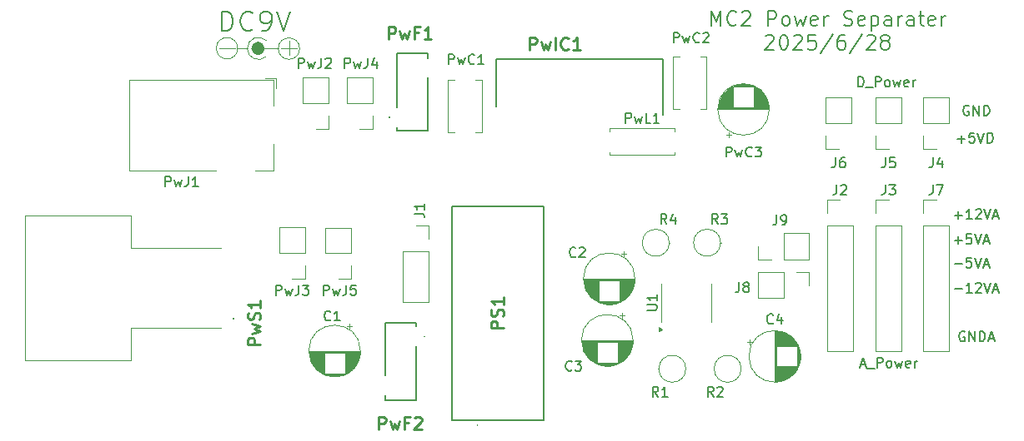
<source format=gto>
%TF.GenerationSoftware,KiCad,Pcbnew,8.0.8*%
%TF.CreationDate,2025-06-29T12:51:07+09:00*%
%TF.ProjectId,PowerSeparate,506f7765-7253-4657-9061-726174652e6b,rev?*%
%TF.SameCoordinates,Original*%
%TF.FileFunction,Legend,Top*%
%TF.FilePolarity,Positive*%
%FSLAX46Y46*%
G04 Gerber Fmt 4.6, Leading zero omitted, Abs format (unit mm)*
G04 Created by KiCad (PCBNEW 8.0.8) date 2025-06-29 12:51:07*
%MOMM*%
%LPD*%
G01*
G04 APERTURE LIST*
%ADD10C,0.100000*%
%ADD11C,0.690312*%
%ADD12C,0.150000*%
%ADD13C,0.200000*%
%ADD14C,0.254000*%
%ADD15C,0.120000*%
G04 APERTURE END LIST*
D10*
X83288665Y-60071000D02*
X81688665Y-60071000D01*
X82488665Y-59271000D02*
X82488665Y-60771000D01*
X76988665Y-60071000D02*
X75388665Y-60071000D01*
X77270330Y-60052665D02*
G75*
G02*
X75107000Y-60052665I-1081665J0D01*
G01*
X75107000Y-60052665D02*
G75*
G02*
X77270330Y-60052665I1081665J0D01*
G01*
X77270330Y-60071000D02*
X78257296Y-60071000D01*
X80188664Y-60870999D02*
G75*
G02*
X80188664Y-59271001I-799964J799999D01*
G01*
X81407000Y-60071000D02*
X79988665Y-60071000D01*
X83570330Y-60089335D02*
G75*
G02*
X81407000Y-60089335I-1081665J0D01*
G01*
X81407000Y-60089335D02*
G75*
G02*
X83570330Y-60089335I1081665J0D01*
G01*
D11*
X79693509Y-60071000D02*
G75*
G02*
X79003197Y-60071000I-345156J0D01*
G01*
X79003197Y-60071000D02*
G75*
G02*
X79693509Y-60071000I345156J0D01*
G01*
D12*
X150082524Y-84528866D02*
X150844429Y-84528866D01*
X151844428Y-84909819D02*
X151273000Y-84909819D01*
X151558714Y-84909819D02*
X151558714Y-83909819D01*
X151558714Y-83909819D02*
X151463476Y-84052676D01*
X151463476Y-84052676D02*
X151368238Y-84147914D01*
X151368238Y-84147914D02*
X151273000Y-84195533D01*
X152225381Y-84005057D02*
X152273000Y-83957438D01*
X152273000Y-83957438D02*
X152368238Y-83909819D01*
X152368238Y-83909819D02*
X152606333Y-83909819D01*
X152606333Y-83909819D02*
X152701571Y-83957438D01*
X152701571Y-83957438D02*
X152749190Y-84005057D01*
X152749190Y-84005057D02*
X152796809Y-84100295D01*
X152796809Y-84100295D02*
X152796809Y-84195533D01*
X152796809Y-84195533D02*
X152749190Y-84338390D01*
X152749190Y-84338390D02*
X152177762Y-84909819D01*
X152177762Y-84909819D02*
X152796809Y-84909819D01*
X153082524Y-83909819D02*
X153415857Y-84909819D01*
X153415857Y-84909819D02*
X153749190Y-83909819D01*
X154034905Y-84624104D02*
X154511095Y-84624104D01*
X153939667Y-84909819D02*
X154273000Y-83909819D01*
X154273000Y-83909819D02*
X154606333Y-84909819D01*
D13*
X125338572Y-57769070D02*
X125338572Y-56269070D01*
X125338572Y-56269070D02*
X125838572Y-57340499D01*
X125838572Y-57340499D02*
X126338572Y-56269070D01*
X126338572Y-56269070D02*
X126338572Y-57769070D01*
X127910001Y-57626213D02*
X127838573Y-57697642D01*
X127838573Y-57697642D02*
X127624287Y-57769070D01*
X127624287Y-57769070D02*
X127481430Y-57769070D01*
X127481430Y-57769070D02*
X127267144Y-57697642D01*
X127267144Y-57697642D02*
X127124287Y-57554784D01*
X127124287Y-57554784D02*
X127052858Y-57411927D01*
X127052858Y-57411927D02*
X126981430Y-57126213D01*
X126981430Y-57126213D02*
X126981430Y-56911927D01*
X126981430Y-56911927D02*
X127052858Y-56626213D01*
X127052858Y-56626213D02*
X127124287Y-56483356D01*
X127124287Y-56483356D02*
X127267144Y-56340499D01*
X127267144Y-56340499D02*
X127481430Y-56269070D01*
X127481430Y-56269070D02*
X127624287Y-56269070D01*
X127624287Y-56269070D02*
X127838573Y-56340499D01*
X127838573Y-56340499D02*
X127910001Y-56411927D01*
X128481430Y-56411927D02*
X128552858Y-56340499D01*
X128552858Y-56340499D02*
X128695716Y-56269070D01*
X128695716Y-56269070D02*
X129052858Y-56269070D01*
X129052858Y-56269070D02*
X129195716Y-56340499D01*
X129195716Y-56340499D02*
X129267144Y-56411927D01*
X129267144Y-56411927D02*
X129338573Y-56554784D01*
X129338573Y-56554784D02*
X129338573Y-56697642D01*
X129338573Y-56697642D02*
X129267144Y-56911927D01*
X129267144Y-56911927D02*
X128410001Y-57769070D01*
X128410001Y-57769070D02*
X129338573Y-57769070D01*
X131124286Y-57769070D02*
X131124286Y-56269070D01*
X131124286Y-56269070D02*
X131695715Y-56269070D01*
X131695715Y-56269070D02*
X131838572Y-56340499D01*
X131838572Y-56340499D02*
X131910001Y-56411927D01*
X131910001Y-56411927D02*
X131981429Y-56554784D01*
X131981429Y-56554784D02*
X131981429Y-56769070D01*
X131981429Y-56769070D02*
X131910001Y-56911927D01*
X131910001Y-56911927D02*
X131838572Y-56983356D01*
X131838572Y-56983356D02*
X131695715Y-57054784D01*
X131695715Y-57054784D02*
X131124286Y-57054784D01*
X132838572Y-57769070D02*
X132695715Y-57697642D01*
X132695715Y-57697642D02*
X132624286Y-57626213D01*
X132624286Y-57626213D02*
X132552858Y-57483356D01*
X132552858Y-57483356D02*
X132552858Y-57054784D01*
X132552858Y-57054784D02*
X132624286Y-56911927D01*
X132624286Y-56911927D02*
X132695715Y-56840499D01*
X132695715Y-56840499D02*
X132838572Y-56769070D01*
X132838572Y-56769070D02*
X133052858Y-56769070D01*
X133052858Y-56769070D02*
X133195715Y-56840499D01*
X133195715Y-56840499D02*
X133267144Y-56911927D01*
X133267144Y-56911927D02*
X133338572Y-57054784D01*
X133338572Y-57054784D02*
X133338572Y-57483356D01*
X133338572Y-57483356D02*
X133267144Y-57626213D01*
X133267144Y-57626213D02*
X133195715Y-57697642D01*
X133195715Y-57697642D02*
X133052858Y-57769070D01*
X133052858Y-57769070D02*
X132838572Y-57769070D01*
X133838572Y-56769070D02*
X134124287Y-57769070D01*
X134124287Y-57769070D02*
X134410001Y-57054784D01*
X134410001Y-57054784D02*
X134695715Y-57769070D01*
X134695715Y-57769070D02*
X134981429Y-56769070D01*
X136124287Y-57697642D02*
X135981430Y-57769070D01*
X135981430Y-57769070D02*
X135695716Y-57769070D01*
X135695716Y-57769070D02*
X135552858Y-57697642D01*
X135552858Y-57697642D02*
X135481430Y-57554784D01*
X135481430Y-57554784D02*
X135481430Y-56983356D01*
X135481430Y-56983356D02*
X135552858Y-56840499D01*
X135552858Y-56840499D02*
X135695716Y-56769070D01*
X135695716Y-56769070D02*
X135981430Y-56769070D01*
X135981430Y-56769070D02*
X136124287Y-56840499D01*
X136124287Y-56840499D02*
X136195716Y-56983356D01*
X136195716Y-56983356D02*
X136195716Y-57126213D01*
X136195716Y-57126213D02*
X135481430Y-57269070D01*
X136838572Y-57769070D02*
X136838572Y-56769070D01*
X136838572Y-57054784D02*
X136910001Y-56911927D01*
X136910001Y-56911927D02*
X136981430Y-56840499D01*
X136981430Y-56840499D02*
X137124287Y-56769070D01*
X137124287Y-56769070D02*
X137267144Y-56769070D01*
X138838572Y-57697642D02*
X139052858Y-57769070D01*
X139052858Y-57769070D02*
X139410000Y-57769070D01*
X139410000Y-57769070D02*
X139552858Y-57697642D01*
X139552858Y-57697642D02*
X139624286Y-57626213D01*
X139624286Y-57626213D02*
X139695715Y-57483356D01*
X139695715Y-57483356D02*
X139695715Y-57340499D01*
X139695715Y-57340499D02*
X139624286Y-57197642D01*
X139624286Y-57197642D02*
X139552858Y-57126213D01*
X139552858Y-57126213D02*
X139410000Y-57054784D01*
X139410000Y-57054784D02*
X139124286Y-56983356D01*
X139124286Y-56983356D02*
X138981429Y-56911927D01*
X138981429Y-56911927D02*
X138910000Y-56840499D01*
X138910000Y-56840499D02*
X138838572Y-56697642D01*
X138838572Y-56697642D02*
X138838572Y-56554784D01*
X138838572Y-56554784D02*
X138910000Y-56411927D01*
X138910000Y-56411927D02*
X138981429Y-56340499D01*
X138981429Y-56340499D02*
X139124286Y-56269070D01*
X139124286Y-56269070D02*
X139481429Y-56269070D01*
X139481429Y-56269070D02*
X139695715Y-56340499D01*
X140910000Y-57697642D02*
X140767143Y-57769070D01*
X140767143Y-57769070D02*
X140481429Y-57769070D01*
X140481429Y-57769070D02*
X140338571Y-57697642D01*
X140338571Y-57697642D02*
X140267143Y-57554784D01*
X140267143Y-57554784D02*
X140267143Y-56983356D01*
X140267143Y-56983356D02*
X140338571Y-56840499D01*
X140338571Y-56840499D02*
X140481429Y-56769070D01*
X140481429Y-56769070D02*
X140767143Y-56769070D01*
X140767143Y-56769070D02*
X140910000Y-56840499D01*
X140910000Y-56840499D02*
X140981429Y-56983356D01*
X140981429Y-56983356D02*
X140981429Y-57126213D01*
X140981429Y-57126213D02*
X140267143Y-57269070D01*
X141624285Y-56769070D02*
X141624285Y-58269070D01*
X141624285Y-56840499D02*
X141767143Y-56769070D01*
X141767143Y-56769070D02*
X142052857Y-56769070D01*
X142052857Y-56769070D02*
X142195714Y-56840499D01*
X142195714Y-56840499D02*
X142267143Y-56911927D01*
X142267143Y-56911927D02*
X142338571Y-57054784D01*
X142338571Y-57054784D02*
X142338571Y-57483356D01*
X142338571Y-57483356D02*
X142267143Y-57626213D01*
X142267143Y-57626213D02*
X142195714Y-57697642D01*
X142195714Y-57697642D02*
X142052857Y-57769070D01*
X142052857Y-57769070D02*
X141767143Y-57769070D01*
X141767143Y-57769070D02*
X141624285Y-57697642D01*
X143624286Y-57769070D02*
X143624286Y-56983356D01*
X143624286Y-56983356D02*
X143552857Y-56840499D01*
X143552857Y-56840499D02*
X143410000Y-56769070D01*
X143410000Y-56769070D02*
X143124286Y-56769070D01*
X143124286Y-56769070D02*
X142981428Y-56840499D01*
X143624286Y-57697642D02*
X143481428Y-57769070D01*
X143481428Y-57769070D02*
X143124286Y-57769070D01*
X143124286Y-57769070D02*
X142981428Y-57697642D01*
X142981428Y-57697642D02*
X142910000Y-57554784D01*
X142910000Y-57554784D02*
X142910000Y-57411927D01*
X142910000Y-57411927D02*
X142981428Y-57269070D01*
X142981428Y-57269070D02*
X143124286Y-57197642D01*
X143124286Y-57197642D02*
X143481428Y-57197642D01*
X143481428Y-57197642D02*
X143624286Y-57126213D01*
X144338571Y-57769070D02*
X144338571Y-56769070D01*
X144338571Y-57054784D02*
X144410000Y-56911927D01*
X144410000Y-56911927D02*
X144481429Y-56840499D01*
X144481429Y-56840499D02*
X144624286Y-56769070D01*
X144624286Y-56769070D02*
X144767143Y-56769070D01*
X145910000Y-57769070D02*
X145910000Y-56983356D01*
X145910000Y-56983356D02*
X145838571Y-56840499D01*
X145838571Y-56840499D02*
X145695714Y-56769070D01*
X145695714Y-56769070D02*
X145410000Y-56769070D01*
X145410000Y-56769070D02*
X145267142Y-56840499D01*
X145910000Y-57697642D02*
X145767142Y-57769070D01*
X145767142Y-57769070D02*
X145410000Y-57769070D01*
X145410000Y-57769070D02*
X145267142Y-57697642D01*
X145267142Y-57697642D02*
X145195714Y-57554784D01*
X145195714Y-57554784D02*
X145195714Y-57411927D01*
X145195714Y-57411927D02*
X145267142Y-57269070D01*
X145267142Y-57269070D02*
X145410000Y-57197642D01*
X145410000Y-57197642D02*
X145767142Y-57197642D01*
X145767142Y-57197642D02*
X145910000Y-57126213D01*
X146410000Y-56769070D02*
X146981428Y-56769070D01*
X146624285Y-56269070D02*
X146624285Y-57554784D01*
X146624285Y-57554784D02*
X146695714Y-57697642D01*
X146695714Y-57697642D02*
X146838571Y-57769070D01*
X146838571Y-57769070D02*
X146981428Y-57769070D01*
X148052857Y-57697642D02*
X147910000Y-57769070D01*
X147910000Y-57769070D02*
X147624286Y-57769070D01*
X147624286Y-57769070D02*
X147481428Y-57697642D01*
X147481428Y-57697642D02*
X147410000Y-57554784D01*
X147410000Y-57554784D02*
X147410000Y-56983356D01*
X147410000Y-56983356D02*
X147481428Y-56840499D01*
X147481428Y-56840499D02*
X147624286Y-56769070D01*
X147624286Y-56769070D02*
X147910000Y-56769070D01*
X147910000Y-56769070D02*
X148052857Y-56840499D01*
X148052857Y-56840499D02*
X148124286Y-56983356D01*
X148124286Y-56983356D02*
X148124286Y-57126213D01*
X148124286Y-57126213D02*
X147410000Y-57269070D01*
X148767142Y-57769070D02*
X148767142Y-56769070D01*
X148767142Y-57054784D02*
X148838571Y-56911927D01*
X148838571Y-56911927D02*
X148910000Y-56840499D01*
X148910000Y-56840499D02*
X149052857Y-56769070D01*
X149052857Y-56769070D02*
X149195714Y-56769070D01*
X130874287Y-58826843D02*
X130945715Y-58755415D01*
X130945715Y-58755415D02*
X131088573Y-58683986D01*
X131088573Y-58683986D02*
X131445715Y-58683986D01*
X131445715Y-58683986D02*
X131588573Y-58755415D01*
X131588573Y-58755415D02*
X131660001Y-58826843D01*
X131660001Y-58826843D02*
X131731430Y-58969700D01*
X131731430Y-58969700D02*
X131731430Y-59112558D01*
X131731430Y-59112558D02*
X131660001Y-59326843D01*
X131660001Y-59326843D02*
X130802858Y-60183986D01*
X130802858Y-60183986D02*
X131731430Y-60183986D01*
X132660001Y-58683986D02*
X132802858Y-58683986D01*
X132802858Y-58683986D02*
X132945715Y-58755415D01*
X132945715Y-58755415D02*
X133017144Y-58826843D01*
X133017144Y-58826843D02*
X133088572Y-58969700D01*
X133088572Y-58969700D02*
X133160001Y-59255415D01*
X133160001Y-59255415D02*
X133160001Y-59612558D01*
X133160001Y-59612558D02*
X133088572Y-59898272D01*
X133088572Y-59898272D02*
X133017144Y-60041129D01*
X133017144Y-60041129D02*
X132945715Y-60112558D01*
X132945715Y-60112558D02*
X132802858Y-60183986D01*
X132802858Y-60183986D02*
X132660001Y-60183986D01*
X132660001Y-60183986D02*
X132517144Y-60112558D01*
X132517144Y-60112558D02*
X132445715Y-60041129D01*
X132445715Y-60041129D02*
X132374286Y-59898272D01*
X132374286Y-59898272D02*
X132302858Y-59612558D01*
X132302858Y-59612558D02*
X132302858Y-59255415D01*
X132302858Y-59255415D02*
X132374286Y-58969700D01*
X132374286Y-58969700D02*
X132445715Y-58826843D01*
X132445715Y-58826843D02*
X132517144Y-58755415D01*
X132517144Y-58755415D02*
X132660001Y-58683986D01*
X133731429Y-58826843D02*
X133802857Y-58755415D01*
X133802857Y-58755415D02*
X133945715Y-58683986D01*
X133945715Y-58683986D02*
X134302857Y-58683986D01*
X134302857Y-58683986D02*
X134445715Y-58755415D01*
X134445715Y-58755415D02*
X134517143Y-58826843D01*
X134517143Y-58826843D02*
X134588572Y-58969700D01*
X134588572Y-58969700D02*
X134588572Y-59112558D01*
X134588572Y-59112558D02*
X134517143Y-59326843D01*
X134517143Y-59326843D02*
X133660000Y-60183986D01*
X133660000Y-60183986D02*
X134588572Y-60183986D01*
X135945714Y-58683986D02*
X135231428Y-58683986D01*
X135231428Y-58683986D02*
X135160000Y-59398272D01*
X135160000Y-59398272D02*
X135231428Y-59326843D01*
X135231428Y-59326843D02*
X135374286Y-59255415D01*
X135374286Y-59255415D02*
X135731428Y-59255415D01*
X135731428Y-59255415D02*
X135874286Y-59326843D01*
X135874286Y-59326843D02*
X135945714Y-59398272D01*
X135945714Y-59398272D02*
X136017143Y-59541129D01*
X136017143Y-59541129D02*
X136017143Y-59898272D01*
X136017143Y-59898272D02*
X135945714Y-60041129D01*
X135945714Y-60041129D02*
X135874286Y-60112558D01*
X135874286Y-60112558D02*
X135731428Y-60183986D01*
X135731428Y-60183986D02*
X135374286Y-60183986D01*
X135374286Y-60183986D02*
X135231428Y-60112558D01*
X135231428Y-60112558D02*
X135160000Y-60041129D01*
X137731428Y-58612558D02*
X136445714Y-60541129D01*
X138874286Y-58683986D02*
X138588571Y-58683986D01*
X138588571Y-58683986D02*
X138445714Y-58755415D01*
X138445714Y-58755415D02*
X138374286Y-58826843D01*
X138374286Y-58826843D02*
X138231428Y-59041129D01*
X138231428Y-59041129D02*
X138160000Y-59326843D01*
X138160000Y-59326843D02*
X138160000Y-59898272D01*
X138160000Y-59898272D02*
X138231428Y-60041129D01*
X138231428Y-60041129D02*
X138302857Y-60112558D01*
X138302857Y-60112558D02*
X138445714Y-60183986D01*
X138445714Y-60183986D02*
X138731428Y-60183986D01*
X138731428Y-60183986D02*
X138874286Y-60112558D01*
X138874286Y-60112558D02*
X138945714Y-60041129D01*
X138945714Y-60041129D02*
X139017143Y-59898272D01*
X139017143Y-59898272D02*
X139017143Y-59541129D01*
X139017143Y-59541129D02*
X138945714Y-59398272D01*
X138945714Y-59398272D02*
X138874286Y-59326843D01*
X138874286Y-59326843D02*
X138731428Y-59255415D01*
X138731428Y-59255415D02*
X138445714Y-59255415D01*
X138445714Y-59255415D02*
X138302857Y-59326843D01*
X138302857Y-59326843D02*
X138231428Y-59398272D01*
X138231428Y-59398272D02*
X138160000Y-59541129D01*
X140731428Y-58612558D02*
X139445714Y-60541129D01*
X141160000Y-58826843D02*
X141231428Y-58755415D01*
X141231428Y-58755415D02*
X141374286Y-58683986D01*
X141374286Y-58683986D02*
X141731428Y-58683986D01*
X141731428Y-58683986D02*
X141874286Y-58755415D01*
X141874286Y-58755415D02*
X141945714Y-58826843D01*
X141945714Y-58826843D02*
X142017143Y-58969700D01*
X142017143Y-58969700D02*
X142017143Y-59112558D01*
X142017143Y-59112558D02*
X141945714Y-59326843D01*
X141945714Y-59326843D02*
X141088571Y-60183986D01*
X141088571Y-60183986D02*
X142017143Y-60183986D01*
X142874285Y-59326843D02*
X142731428Y-59255415D01*
X142731428Y-59255415D02*
X142659999Y-59183986D01*
X142659999Y-59183986D02*
X142588571Y-59041129D01*
X142588571Y-59041129D02*
X142588571Y-58969700D01*
X142588571Y-58969700D02*
X142659999Y-58826843D01*
X142659999Y-58826843D02*
X142731428Y-58755415D01*
X142731428Y-58755415D02*
X142874285Y-58683986D01*
X142874285Y-58683986D02*
X143159999Y-58683986D01*
X143159999Y-58683986D02*
X143302857Y-58755415D01*
X143302857Y-58755415D02*
X143374285Y-58826843D01*
X143374285Y-58826843D02*
X143445714Y-58969700D01*
X143445714Y-58969700D02*
X143445714Y-59041129D01*
X143445714Y-59041129D02*
X143374285Y-59183986D01*
X143374285Y-59183986D02*
X143302857Y-59255415D01*
X143302857Y-59255415D02*
X143159999Y-59326843D01*
X143159999Y-59326843D02*
X142874285Y-59326843D01*
X142874285Y-59326843D02*
X142731428Y-59398272D01*
X142731428Y-59398272D02*
X142659999Y-59469700D01*
X142659999Y-59469700D02*
X142588571Y-59612558D01*
X142588571Y-59612558D02*
X142588571Y-59898272D01*
X142588571Y-59898272D02*
X142659999Y-60041129D01*
X142659999Y-60041129D02*
X142731428Y-60112558D01*
X142731428Y-60112558D02*
X142874285Y-60183986D01*
X142874285Y-60183986D02*
X143159999Y-60183986D01*
X143159999Y-60183986D02*
X143302857Y-60112558D01*
X143302857Y-60112558D02*
X143374285Y-60041129D01*
X143374285Y-60041129D02*
X143445714Y-59898272D01*
X143445714Y-59898272D02*
X143445714Y-59612558D01*
X143445714Y-59612558D02*
X143374285Y-59469700D01*
X143374285Y-59469700D02*
X143302857Y-59398272D01*
X143302857Y-59398272D02*
X143159999Y-59326843D01*
X75660666Y-58318838D02*
X75660666Y-56318838D01*
X75660666Y-56318838D02*
X76136856Y-56318838D01*
X76136856Y-56318838D02*
X76422571Y-56414076D01*
X76422571Y-56414076D02*
X76613047Y-56604552D01*
X76613047Y-56604552D02*
X76708285Y-56795028D01*
X76708285Y-56795028D02*
X76803523Y-57175980D01*
X76803523Y-57175980D02*
X76803523Y-57461695D01*
X76803523Y-57461695D02*
X76708285Y-57842647D01*
X76708285Y-57842647D02*
X76613047Y-58033123D01*
X76613047Y-58033123D02*
X76422571Y-58223600D01*
X76422571Y-58223600D02*
X76136856Y-58318838D01*
X76136856Y-58318838D02*
X75660666Y-58318838D01*
X78803523Y-58128361D02*
X78708285Y-58223600D01*
X78708285Y-58223600D02*
X78422571Y-58318838D01*
X78422571Y-58318838D02*
X78232095Y-58318838D01*
X78232095Y-58318838D02*
X77946380Y-58223600D01*
X77946380Y-58223600D02*
X77755904Y-58033123D01*
X77755904Y-58033123D02*
X77660666Y-57842647D01*
X77660666Y-57842647D02*
X77565428Y-57461695D01*
X77565428Y-57461695D02*
X77565428Y-57175980D01*
X77565428Y-57175980D02*
X77660666Y-56795028D01*
X77660666Y-56795028D02*
X77755904Y-56604552D01*
X77755904Y-56604552D02*
X77946380Y-56414076D01*
X77946380Y-56414076D02*
X78232095Y-56318838D01*
X78232095Y-56318838D02*
X78422571Y-56318838D01*
X78422571Y-56318838D02*
X78708285Y-56414076D01*
X78708285Y-56414076D02*
X78803523Y-56509314D01*
X79755904Y-58318838D02*
X80136856Y-58318838D01*
X80136856Y-58318838D02*
X80327333Y-58223600D01*
X80327333Y-58223600D02*
X80422571Y-58128361D01*
X80422571Y-58128361D02*
X80613047Y-57842647D01*
X80613047Y-57842647D02*
X80708285Y-57461695D01*
X80708285Y-57461695D02*
X80708285Y-56699790D01*
X80708285Y-56699790D02*
X80613047Y-56509314D01*
X80613047Y-56509314D02*
X80517809Y-56414076D01*
X80517809Y-56414076D02*
X80327333Y-56318838D01*
X80327333Y-56318838D02*
X79946380Y-56318838D01*
X79946380Y-56318838D02*
X79755904Y-56414076D01*
X79755904Y-56414076D02*
X79660666Y-56509314D01*
X79660666Y-56509314D02*
X79565428Y-56699790D01*
X79565428Y-56699790D02*
X79565428Y-57175980D01*
X79565428Y-57175980D02*
X79660666Y-57366457D01*
X79660666Y-57366457D02*
X79755904Y-57461695D01*
X79755904Y-57461695D02*
X79946380Y-57556933D01*
X79946380Y-57556933D02*
X80327333Y-57556933D01*
X80327333Y-57556933D02*
X80517809Y-57461695D01*
X80517809Y-57461695D02*
X80613047Y-57366457D01*
X80613047Y-57366457D02*
X80708285Y-57175980D01*
X81279714Y-56318838D02*
X81946380Y-58318838D01*
X81946380Y-58318838D02*
X82613047Y-56318838D01*
D12*
X150082524Y-77035866D02*
X150844429Y-77035866D01*
X150463476Y-77416819D02*
X150463476Y-76654914D01*
X151844428Y-77416819D02*
X151273000Y-77416819D01*
X151558714Y-77416819D02*
X151558714Y-76416819D01*
X151558714Y-76416819D02*
X151463476Y-76559676D01*
X151463476Y-76559676D02*
X151368238Y-76654914D01*
X151368238Y-76654914D02*
X151273000Y-76702533D01*
X152225381Y-76512057D02*
X152273000Y-76464438D01*
X152273000Y-76464438D02*
X152368238Y-76416819D01*
X152368238Y-76416819D02*
X152606333Y-76416819D01*
X152606333Y-76416819D02*
X152701571Y-76464438D01*
X152701571Y-76464438D02*
X152749190Y-76512057D01*
X152749190Y-76512057D02*
X152796809Y-76607295D01*
X152796809Y-76607295D02*
X152796809Y-76702533D01*
X152796809Y-76702533D02*
X152749190Y-76845390D01*
X152749190Y-76845390D02*
X152177762Y-77416819D01*
X152177762Y-77416819D02*
X152796809Y-77416819D01*
X153082524Y-76416819D02*
X153415857Y-77416819D01*
X153415857Y-77416819D02*
X153749190Y-76416819D01*
X154034905Y-77131104D02*
X154511095Y-77131104D01*
X153939667Y-77416819D02*
X154273000Y-76416819D01*
X154273000Y-76416819D02*
X154606333Y-77416819D01*
X140549666Y-92244104D02*
X141025856Y-92244104D01*
X140454428Y-92529819D02*
X140787761Y-91529819D01*
X140787761Y-91529819D02*
X141121094Y-92529819D01*
X141216333Y-92625057D02*
X141978237Y-92625057D01*
X142216333Y-92529819D02*
X142216333Y-91529819D01*
X142216333Y-91529819D02*
X142597285Y-91529819D01*
X142597285Y-91529819D02*
X142692523Y-91577438D01*
X142692523Y-91577438D02*
X142740142Y-91625057D01*
X142740142Y-91625057D02*
X142787761Y-91720295D01*
X142787761Y-91720295D02*
X142787761Y-91863152D01*
X142787761Y-91863152D02*
X142740142Y-91958390D01*
X142740142Y-91958390D02*
X142692523Y-92006009D01*
X142692523Y-92006009D02*
X142597285Y-92053628D01*
X142597285Y-92053628D02*
X142216333Y-92053628D01*
X143359190Y-92529819D02*
X143263952Y-92482200D01*
X143263952Y-92482200D02*
X143216333Y-92434580D01*
X143216333Y-92434580D02*
X143168714Y-92339342D01*
X143168714Y-92339342D02*
X143168714Y-92053628D01*
X143168714Y-92053628D02*
X143216333Y-91958390D01*
X143216333Y-91958390D02*
X143263952Y-91910771D01*
X143263952Y-91910771D02*
X143359190Y-91863152D01*
X143359190Y-91863152D02*
X143502047Y-91863152D01*
X143502047Y-91863152D02*
X143597285Y-91910771D01*
X143597285Y-91910771D02*
X143644904Y-91958390D01*
X143644904Y-91958390D02*
X143692523Y-92053628D01*
X143692523Y-92053628D02*
X143692523Y-92339342D01*
X143692523Y-92339342D02*
X143644904Y-92434580D01*
X143644904Y-92434580D02*
X143597285Y-92482200D01*
X143597285Y-92482200D02*
X143502047Y-92529819D01*
X143502047Y-92529819D02*
X143359190Y-92529819D01*
X144025857Y-91863152D02*
X144216333Y-92529819D01*
X144216333Y-92529819D02*
X144406809Y-92053628D01*
X144406809Y-92053628D02*
X144597285Y-92529819D01*
X144597285Y-92529819D02*
X144787761Y-91863152D01*
X145549666Y-92482200D02*
X145454428Y-92529819D01*
X145454428Y-92529819D02*
X145263952Y-92529819D01*
X145263952Y-92529819D02*
X145168714Y-92482200D01*
X145168714Y-92482200D02*
X145121095Y-92386961D01*
X145121095Y-92386961D02*
X145121095Y-92006009D01*
X145121095Y-92006009D02*
X145168714Y-91910771D01*
X145168714Y-91910771D02*
X145263952Y-91863152D01*
X145263952Y-91863152D02*
X145454428Y-91863152D01*
X145454428Y-91863152D02*
X145549666Y-91910771D01*
X145549666Y-91910771D02*
X145597285Y-92006009D01*
X145597285Y-92006009D02*
X145597285Y-92101247D01*
X145597285Y-92101247D02*
X145121095Y-92196485D01*
X146025857Y-92529819D02*
X146025857Y-91863152D01*
X146025857Y-92053628D02*
X146073476Y-91958390D01*
X146073476Y-91958390D02*
X146121095Y-91910771D01*
X146121095Y-91910771D02*
X146216333Y-91863152D01*
X146216333Y-91863152D02*
X146311571Y-91863152D01*
X150050714Y-81988866D02*
X150812619Y-81988866D01*
X151764999Y-81369819D02*
X151288809Y-81369819D01*
X151288809Y-81369819D02*
X151241190Y-81846009D01*
X151241190Y-81846009D02*
X151288809Y-81798390D01*
X151288809Y-81798390D02*
X151384047Y-81750771D01*
X151384047Y-81750771D02*
X151622142Y-81750771D01*
X151622142Y-81750771D02*
X151717380Y-81798390D01*
X151717380Y-81798390D02*
X151764999Y-81846009D01*
X151764999Y-81846009D02*
X151812618Y-81941247D01*
X151812618Y-81941247D02*
X151812618Y-82179342D01*
X151812618Y-82179342D02*
X151764999Y-82274580D01*
X151764999Y-82274580D02*
X151717380Y-82322200D01*
X151717380Y-82322200D02*
X151622142Y-82369819D01*
X151622142Y-82369819D02*
X151384047Y-82369819D01*
X151384047Y-82369819D02*
X151288809Y-82322200D01*
X151288809Y-82322200D02*
X151241190Y-82274580D01*
X152098333Y-81369819D02*
X152431666Y-82369819D01*
X152431666Y-82369819D02*
X152764999Y-81369819D01*
X153050714Y-82084104D02*
X153526904Y-82084104D01*
X152955476Y-82369819D02*
X153288809Y-81369819D01*
X153288809Y-81369819D02*
X153622142Y-82369819D01*
X151082523Y-88910438D02*
X150987285Y-88862819D01*
X150987285Y-88862819D02*
X150844428Y-88862819D01*
X150844428Y-88862819D02*
X150701571Y-88910438D01*
X150701571Y-88910438D02*
X150606333Y-89005676D01*
X150606333Y-89005676D02*
X150558714Y-89100914D01*
X150558714Y-89100914D02*
X150511095Y-89291390D01*
X150511095Y-89291390D02*
X150511095Y-89434247D01*
X150511095Y-89434247D02*
X150558714Y-89624723D01*
X150558714Y-89624723D02*
X150606333Y-89719961D01*
X150606333Y-89719961D02*
X150701571Y-89815200D01*
X150701571Y-89815200D02*
X150844428Y-89862819D01*
X150844428Y-89862819D02*
X150939666Y-89862819D01*
X150939666Y-89862819D02*
X151082523Y-89815200D01*
X151082523Y-89815200D02*
X151130142Y-89767580D01*
X151130142Y-89767580D02*
X151130142Y-89434247D01*
X151130142Y-89434247D02*
X150939666Y-89434247D01*
X151558714Y-89862819D02*
X151558714Y-88862819D01*
X151558714Y-88862819D02*
X152130142Y-89862819D01*
X152130142Y-89862819D02*
X152130142Y-88862819D01*
X152606333Y-89862819D02*
X152606333Y-88862819D01*
X152606333Y-88862819D02*
X152844428Y-88862819D01*
X152844428Y-88862819D02*
X152987285Y-88910438D01*
X152987285Y-88910438D02*
X153082523Y-89005676D01*
X153082523Y-89005676D02*
X153130142Y-89100914D01*
X153130142Y-89100914D02*
X153177761Y-89291390D01*
X153177761Y-89291390D02*
X153177761Y-89434247D01*
X153177761Y-89434247D02*
X153130142Y-89624723D01*
X153130142Y-89624723D02*
X153082523Y-89719961D01*
X153082523Y-89719961D02*
X152987285Y-89815200D01*
X152987285Y-89815200D02*
X152844428Y-89862819D01*
X152844428Y-89862819D02*
X152606333Y-89862819D01*
X153558714Y-89577104D02*
X154034904Y-89577104D01*
X153463476Y-89862819D02*
X153796809Y-88862819D01*
X153796809Y-88862819D02*
X154130142Y-89862819D01*
X150360286Y-69288866D02*
X151122191Y-69288866D01*
X150741238Y-69669819D02*
X150741238Y-68907914D01*
X152074571Y-68669819D02*
X151598381Y-68669819D01*
X151598381Y-68669819D02*
X151550762Y-69146009D01*
X151550762Y-69146009D02*
X151598381Y-69098390D01*
X151598381Y-69098390D02*
X151693619Y-69050771D01*
X151693619Y-69050771D02*
X151931714Y-69050771D01*
X151931714Y-69050771D02*
X152026952Y-69098390D01*
X152026952Y-69098390D02*
X152074571Y-69146009D01*
X152074571Y-69146009D02*
X152122190Y-69241247D01*
X152122190Y-69241247D02*
X152122190Y-69479342D01*
X152122190Y-69479342D02*
X152074571Y-69574580D01*
X152074571Y-69574580D02*
X152026952Y-69622200D01*
X152026952Y-69622200D02*
X151931714Y-69669819D01*
X151931714Y-69669819D02*
X151693619Y-69669819D01*
X151693619Y-69669819D02*
X151598381Y-69622200D01*
X151598381Y-69622200D02*
X151550762Y-69574580D01*
X152407905Y-68669819D02*
X152741238Y-69669819D01*
X152741238Y-69669819D02*
X153074571Y-68669819D01*
X153407905Y-69669819D02*
X153407905Y-68669819D01*
X153407905Y-68669819D02*
X153646000Y-68669819D01*
X153646000Y-68669819D02*
X153788857Y-68717438D01*
X153788857Y-68717438D02*
X153884095Y-68812676D01*
X153884095Y-68812676D02*
X153931714Y-68907914D01*
X153931714Y-68907914D02*
X153979333Y-69098390D01*
X153979333Y-69098390D02*
X153979333Y-69241247D01*
X153979333Y-69241247D02*
X153931714Y-69431723D01*
X153931714Y-69431723D02*
X153884095Y-69526961D01*
X153884095Y-69526961D02*
X153788857Y-69622200D01*
X153788857Y-69622200D02*
X153646000Y-69669819D01*
X153646000Y-69669819D02*
X153407905Y-69669819D01*
X140271857Y-63954819D02*
X140271857Y-62954819D01*
X140271857Y-62954819D02*
X140509952Y-62954819D01*
X140509952Y-62954819D02*
X140652809Y-63002438D01*
X140652809Y-63002438D02*
X140748047Y-63097676D01*
X140748047Y-63097676D02*
X140795666Y-63192914D01*
X140795666Y-63192914D02*
X140843285Y-63383390D01*
X140843285Y-63383390D02*
X140843285Y-63526247D01*
X140843285Y-63526247D02*
X140795666Y-63716723D01*
X140795666Y-63716723D02*
X140748047Y-63811961D01*
X140748047Y-63811961D02*
X140652809Y-63907200D01*
X140652809Y-63907200D02*
X140509952Y-63954819D01*
X140509952Y-63954819D02*
X140271857Y-63954819D01*
X141033762Y-64050057D02*
X141795666Y-64050057D01*
X142033762Y-63954819D02*
X142033762Y-62954819D01*
X142033762Y-62954819D02*
X142414714Y-62954819D01*
X142414714Y-62954819D02*
X142509952Y-63002438D01*
X142509952Y-63002438D02*
X142557571Y-63050057D01*
X142557571Y-63050057D02*
X142605190Y-63145295D01*
X142605190Y-63145295D02*
X142605190Y-63288152D01*
X142605190Y-63288152D02*
X142557571Y-63383390D01*
X142557571Y-63383390D02*
X142509952Y-63431009D01*
X142509952Y-63431009D02*
X142414714Y-63478628D01*
X142414714Y-63478628D02*
X142033762Y-63478628D01*
X143176619Y-63954819D02*
X143081381Y-63907200D01*
X143081381Y-63907200D02*
X143033762Y-63859580D01*
X143033762Y-63859580D02*
X142986143Y-63764342D01*
X142986143Y-63764342D02*
X142986143Y-63478628D01*
X142986143Y-63478628D02*
X143033762Y-63383390D01*
X143033762Y-63383390D02*
X143081381Y-63335771D01*
X143081381Y-63335771D02*
X143176619Y-63288152D01*
X143176619Y-63288152D02*
X143319476Y-63288152D01*
X143319476Y-63288152D02*
X143414714Y-63335771D01*
X143414714Y-63335771D02*
X143462333Y-63383390D01*
X143462333Y-63383390D02*
X143509952Y-63478628D01*
X143509952Y-63478628D02*
X143509952Y-63764342D01*
X143509952Y-63764342D02*
X143462333Y-63859580D01*
X143462333Y-63859580D02*
X143414714Y-63907200D01*
X143414714Y-63907200D02*
X143319476Y-63954819D01*
X143319476Y-63954819D02*
X143176619Y-63954819D01*
X143843286Y-63288152D02*
X144033762Y-63954819D01*
X144033762Y-63954819D02*
X144224238Y-63478628D01*
X144224238Y-63478628D02*
X144414714Y-63954819D01*
X144414714Y-63954819D02*
X144605190Y-63288152D01*
X145367095Y-63907200D02*
X145271857Y-63954819D01*
X145271857Y-63954819D02*
X145081381Y-63954819D01*
X145081381Y-63954819D02*
X144986143Y-63907200D01*
X144986143Y-63907200D02*
X144938524Y-63811961D01*
X144938524Y-63811961D02*
X144938524Y-63431009D01*
X144938524Y-63431009D02*
X144986143Y-63335771D01*
X144986143Y-63335771D02*
X145081381Y-63288152D01*
X145081381Y-63288152D02*
X145271857Y-63288152D01*
X145271857Y-63288152D02*
X145367095Y-63335771D01*
X145367095Y-63335771D02*
X145414714Y-63431009D01*
X145414714Y-63431009D02*
X145414714Y-63526247D01*
X145414714Y-63526247D02*
X144938524Y-63621485D01*
X145843286Y-63954819D02*
X145843286Y-63288152D01*
X145843286Y-63478628D02*
X145890905Y-63383390D01*
X145890905Y-63383390D02*
X145938524Y-63335771D01*
X145938524Y-63335771D02*
X146033762Y-63288152D01*
X146033762Y-63288152D02*
X146129000Y-63288152D01*
X151511095Y-65923438D02*
X151415857Y-65875819D01*
X151415857Y-65875819D02*
X151273000Y-65875819D01*
X151273000Y-65875819D02*
X151130143Y-65923438D01*
X151130143Y-65923438D02*
X151034905Y-66018676D01*
X151034905Y-66018676D02*
X150987286Y-66113914D01*
X150987286Y-66113914D02*
X150939667Y-66304390D01*
X150939667Y-66304390D02*
X150939667Y-66447247D01*
X150939667Y-66447247D02*
X150987286Y-66637723D01*
X150987286Y-66637723D02*
X151034905Y-66732961D01*
X151034905Y-66732961D02*
X151130143Y-66828200D01*
X151130143Y-66828200D02*
X151273000Y-66875819D01*
X151273000Y-66875819D02*
X151368238Y-66875819D01*
X151368238Y-66875819D02*
X151511095Y-66828200D01*
X151511095Y-66828200D02*
X151558714Y-66780580D01*
X151558714Y-66780580D02*
X151558714Y-66447247D01*
X151558714Y-66447247D02*
X151368238Y-66447247D01*
X151987286Y-66875819D02*
X151987286Y-65875819D01*
X151987286Y-65875819D02*
X152558714Y-66875819D01*
X152558714Y-66875819D02*
X152558714Y-65875819D01*
X153034905Y-66875819D02*
X153034905Y-65875819D01*
X153034905Y-65875819D02*
X153273000Y-65875819D01*
X153273000Y-65875819D02*
X153415857Y-65923438D01*
X153415857Y-65923438D02*
X153511095Y-66018676D01*
X153511095Y-66018676D02*
X153558714Y-66113914D01*
X153558714Y-66113914D02*
X153606333Y-66304390D01*
X153606333Y-66304390D02*
X153606333Y-66447247D01*
X153606333Y-66447247D02*
X153558714Y-66637723D01*
X153558714Y-66637723D02*
X153511095Y-66732961D01*
X153511095Y-66732961D02*
X153415857Y-66828200D01*
X153415857Y-66828200D02*
X153273000Y-66875819D01*
X153273000Y-66875819D02*
X153034905Y-66875819D01*
X150050714Y-79575866D02*
X150812619Y-79575866D01*
X150431666Y-79956819D02*
X150431666Y-79194914D01*
X151764999Y-78956819D02*
X151288809Y-78956819D01*
X151288809Y-78956819D02*
X151241190Y-79433009D01*
X151241190Y-79433009D02*
X151288809Y-79385390D01*
X151288809Y-79385390D02*
X151384047Y-79337771D01*
X151384047Y-79337771D02*
X151622142Y-79337771D01*
X151622142Y-79337771D02*
X151717380Y-79385390D01*
X151717380Y-79385390D02*
X151764999Y-79433009D01*
X151764999Y-79433009D02*
X151812618Y-79528247D01*
X151812618Y-79528247D02*
X151812618Y-79766342D01*
X151812618Y-79766342D02*
X151764999Y-79861580D01*
X151764999Y-79861580D02*
X151717380Y-79909200D01*
X151717380Y-79909200D02*
X151622142Y-79956819D01*
X151622142Y-79956819D02*
X151384047Y-79956819D01*
X151384047Y-79956819D02*
X151288809Y-79909200D01*
X151288809Y-79909200D02*
X151241190Y-79861580D01*
X152098333Y-78956819D02*
X152431666Y-79956819D01*
X152431666Y-79956819D02*
X152764999Y-78956819D01*
X153050714Y-79671104D02*
X153526904Y-79671104D01*
X152955476Y-79956819D02*
X153288809Y-78956819D01*
X153288809Y-78956819D02*
X153622142Y-79956819D01*
X111212333Y-92773580D02*
X111164714Y-92821200D01*
X111164714Y-92821200D02*
X111021857Y-92868819D01*
X111021857Y-92868819D02*
X110926619Y-92868819D01*
X110926619Y-92868819D02*
X110783762Y-92821200D01*
X110783762Y-92821200D02*
X110688524Y-92725961D01*
X110688524Y-92725961D02*
X110640905Y-92630723D01*
X110640905Y-92630723D02*
X110593286Y-92440247D01*
X110593286Y-92440247D02*
X110593286Y-92297390D01*
X110593286Y-92297390D02*
X110640905Y-92106914D01*
X110640905Y-92106914D02*
X110688524Y-92011676D01*
X110688524Y-92011676D02*
X110783762Y-91916438D01*
X110783762Y-91916438D02*
X110926619Y-91868819D01*
X110926619Y-91868819D02*
X111021857Y-91868819D01*
X111021857Y-91868819D02*
X111164714Y-91916438D01*
X111164714Y-91916438D02*
X111212333Y-91964057D01*
X111545667Y-91868819D02*
X112164714Y-91868819D01*
X112164714Y-91868819D02*
X111831381Y-92249771D01*
X111831381Y-92249771D02*
X111974238Y-92249771D01*
X111974238Y-92249771D02*
X112069476Y-92297390D01*
X112069476Y-92297390D02*
X112117095Y-92345009D01*
X112117095Y-92345009D02*
X112164714Y-92440247D01*
X112164714Y-92440247D02*
X112164714Y-92678342D01*
X112164714Y-92678342D02*
X112117095Y-92773580D01*
X112117095Y-92773580D02*
X112069476Y-92821200D01*
X112069476Y-92821200D02*
X111974238Y-92868819D01*
X111974238Y-92868819D02*
X111688524Y-92868819D01*
X111688524Y-92868819D02*
X111593286Y-92821200D01*
X111593286Y-92821200D02*
X111545667Y-92773580D01*
X69948143Y-74112319D02*
X69948143Y-73112319D01*
X69948143Y-73112319D02*
X70329095Y-73112319D01*
X70329095Y-73112319D02*
X70424333Y-73159938D01*
X70424333Y-73159938D02*
X70471952Y-73207557D01*
X70471952Y-73207557D02*
X70519571Y-73302795D01*
X70519571Y-73302795D02*
X70519571Y-73445652D01*
X70519571Y-73445652D02*
X70471952Y-73540890D01*
X70471952Y-73540890D02*
X70424333Y-73588509D01*
X70424333Y-73588509D02*
X70329095Y-73636128D01*
X70329095Y-73636128D02*
X69948143Y-73636128D01*
X70852905Y-73445652D02*
X71043381Y-74112319D01*
X71043381Y-74112319D02*
X71233857Y-73636128D01*
X71233857Y-73636128D02*
X71424333Y-74112319D01*
X71424333Y-74112319D02*
X71614809Y-73445652D01*
X72281476Y-73112319D02*
X72281476Y-73826604D01*
X72281476Y-73826604D02*
X72233857Y-73969461D01*
X72233857Y-73969461D02*
X72138619Y-74064700D01*
X72138619Y-74064700D02*
X71995762Y-74112319D01*
X71995762Y-74112319D02*
X71900524Y-74112319D01*
X73281476Y-74112319D02*
X72710048Y-74112319D01*
X72995762Y-74112319D02*
X72995762Y-73112319D01*
X72995762Y-73112319D02*
X72900524Y-73255176D01*
X72900524Y-73255176D02*
X72805286Y-73350414D01*
X72805286Y-73350414D02*
X72710048Y-73398033D01*
X83447143Y-62049819D02*
X83447143Y-61049819D01*
X83447143Y-61049819D02*
X83828095Y-61049819D01*
X83828095Y-61049819D02*
X83923333Y-61097438D01*
X83923333Y-61097438D02*
X83970952Y-61145057D01*
X83970952Y-61145057D02*
X84018571Y-61240295D01*
X84018571Y-61240295D02*
X84018571Y-61383152D01*
X84018571Y-61383152D02*
X83970952Y-61478390D01*
X83970952Y-61478390D02*
X83923333Y-61526009D01*
X83923333Y-61526009D02*
X83828095Y-61573628D01*
X83828095Y-61573628D02*
X83447143Y-61573628D01*
X84351905Y-61383152D02*
X84542381Y-62049819D01*
X84542381Y-62049819D02*
X84732857Y-61573628D01*
X84732857Y-61573628D02*
X84923333Y-62049819D01*
X84923333Y-62049819D02*
X85113809Y-61383152D01*
X85780476Y-61049819D02*
X85780476Y-61764104D01*
X85780476Y-61764104D02*
X85732857Y-61906961D01*
X85732857Y-61906961D02*
X85637619Y-62002200D01*
X85637619Y-62002200D02*
X85494762Y-62049819D01*
X85494762Y-62049819D02*
X85399524Y-62049819D01*
X86209048Y-61145057D02*
X86256667Y-61097438D01*
X86256667Y-61097438D02*
X86351905Y-61049819D01*
X86351905Y-61049819D02*
X86590000Y-61049819D01*
X86590000Y-61049819D02*
X86685238Y-61097438D01*
X86685238Y-61097438D02*
X86732857Y-61145057D01*
X86732857Y-61145057D02*
X86780476Y-61240295D01*
X86780476Y-61240295D02*
X86780476Y-61335533D01*
X86780476Y-61335533D02*
X86732857Y-61478390D01*
X86732857Y-61478390D02*
X86161429Y-62049819D01*
X86161429Y-62049819D02*
X86780476Y-62049819D01*
X131639333Y-88007580D02*
X131591714Y-88055200D01*
X131591714Y-88055200D02*
X131448857Y-88102819D01*
X131448857Y-88102819D02*
X131353619Y-88102819D01*
X131353619Y-88102819D02*
X131210762Y-88055200D01*
X131210762Y-88055200D02*
X131115524Y-87959961D01*
X131115524Y-87959961D02*
X131067905Y-87864723D01*
X131067905Y-87864723D02*
X131020286Y-87674247D01*
X131020286Y-87674247D02*
X131020286Y-87531390D01*
X131020286Y-87531390D02*
X131067905Y-87340914D01*
X131067905Y-87340914D02*
X131115524Y-87245676D01*
X131115524Y-87245676D02*
X131210762Y-87150438D01*
X131210762Y-87150438D02*
X131353619Y-87102819D01*
X131353619Y-87102819D02*
X131448857Y-87102819D01*
X131448857Y-87102819D02*
X131591714Y-87150438D01*
X131591714Y-87150438D02*
X131639333Y-87198057D01*
X132496476Y-87436152D02*
X132496476Y-88102819D01*
X132258381Y-87055200D02*
X132020286Y-87769485D01*
X132020286Y-87769485D02*
X132639333Y-87769485D01*
X125592333Y-95492819D02*
X125259000Y-95016628D01*
X125020905Y-95492819D02*
X125020905Y-94492819D01*
X125020905Y-94492819D02*
X125401857Y-94492819D01*
X125401857Y-94492819D02*
X125497095Y-94540438D01*
X125497095Y-94540438D02*
X125544714Y-94588057D01*
X125544714Y-94588057D02*
X125592333Y-94683295D01*
X125592333Y-94683295D02*
X125592333Y-94826152D01*
X125592333Y-94826152D02*
X125544714Y-94921390D01*
X125544714Y-94921390D02*
X125497095Y-94969009D01*
X125497095Y-94969009D02*
X125401857Y-95016628D01*
X125401857Y-95016628D02*
X125020905Y-95016628D01*
X125973286Y-94588057D02*
X126020905Y-94540438D01*
X126020905Y-94540438D02*
X126116143Y-94492819D01*
X126116143Y-94492819D02*
X126354238Y-94492819D01*
X126354238Y-94492819D02*
X126449476Y-94540438D01*
X126449476Y-94540438D02*
X126497095Y-94588057D01*
X126497095Y-94588057D02*
X126544714Y-94683295D01*
X126544714Y-94683295D02*
X126544714Y-94778533D01*
X126544714Y-94778533D02*
X126497095Y-94921390D01*
X126497095Y-94921390D02*
X125925667Y-95492819D01*
X125925667Y-95492819D02*
X126544714Y-95492819D01*
X126875095Y-71091707D02*
X126875095Y-70091707D01*
X126875095Y-70091707D02*
X127256047Y-70091707D01*
X127256047Y-70091707D02*
X127351285Y-70139326D01*
X127351285Y-70139326D02*
X127398904Y-70186945D01*
X127398904Y-70186945D02*
X127446523Y-70282183D01*
X127446523Y-70282183D02*
X127446523Y-70425040D01*
X127446523Y-70425040D02*
X127398904Y-70520278D01*
X127398904Y-70520278D02*
X127351285Y-70567897D01*
X127351285Y-70567897D02*
X127256047Y-70615516D01*
X127256047Y-70615516D02*
X126875095Y-70615516D01*
X127779857Y-70425040D02*
X127970333Y-71091707D01*
X127970333Y-71091707D02*
X128160809Y-70615516D01*
X128160809Y-70615516D02*
X128351285Y-71091707D01*
X128351285Y-71091707D02*
X128541761Y-70425040D01*
X129494142Y-70996468D02*
X129446523Y-71044088D01*
X129446523Y-71044088D02*
X129303666Y-71091707D01*
X129303666Y-71091707D02*
X129208428Y-71091707D01*
X129208428Y-71091707D02*
X129065571Y-71044088D01*
X129065571Y-71044088D02*
X128970333Y-70948849D01*
X128970333Y-70948849D02*
X128922714Y-70853611D01*
X128922714Y-70853611D02*
X128875095Y-70663135D01*
X128875095Y-70663135D02*
X128875095Y-70520278D01*
X128875095Y-70520278D02*
X128922714Y-70329802D01*
X128922714Y-70329802D02*
X128970333Y-70234564D01*
X128970333Y-70234564D02*
X129065571Y-70139326D01*
X129065571Y-70139326D02*
X129208428Y-70091707D01*
X129208428Y-70091707D02*
X129303666Y-70091707D01*
X129303666Y-70091707D02*
X129446523Y-70139326D01*
X129446523Y-70139326D02*
X129494142Y-70186945D01*
X129827476Y-70091707D02*
X130446523Y-70091707D01*
X130446523Y-70091707D02*
X130113190Y-70472659D01*
X130113190Y-70472659D02*
X130256047Y-70472659D01*
X130256047Y-70472659D02*
X130351285Y-70520278D01*
X130351285Y-70520278D02*
X130398904Y-70567897D01*
X130398904Y-70567897D02*
X130446523Y-70663135D01*
X130446523Y-70663135D02*
X130446523Y-70901230D01*
X130446523Y-70901230D02*
X130398904Y-70996468D01*
X130398904Y-70996468D02*
X130351285Y-71044088D01*
X130351285Y-71044088D02*
X130256047Y-71091707D01*
X130256047Y-71091707D02*
X129970333Y-71091707D01*
X129970333Y-71091707D02*
X129875095Y-71044088D01*
X129875095Y-71044088D02*
X129827476Y-70996468D01*
X147875666Y-71185819D02*
X147875666Y-71900104D01*
X147875666Y-71900104D02*
X147828047Y-72042961D01*
X147828047Y-72042961D02*
X147732809Y-72138200D01*
X147732809Y-72138200D02*
X147589952Y-72185819D01*
X147589952Y-72185819D02*
X147494714Y-72185819D01*
X148780428Y-71519152D02*
X148780428Y-72185819D01*
X148542333Y-71138200D02*
X148304238Y-71852485D01*
X148304238Y-71852485D02*
X148923285Y-71852485D01*
X126042333Y-77925819D02*
X125709000Y-77449628D01*
X125470905Y-77925819D02*
X125470905Y-76925819D01*
X125470905Y-76925819D02*
X125851857Y-76925819D01*
X125851857Y-76925819D02*
X125947095Y-76973438D01*
X125947095Y-76973438D02*
X125994714Y-77021057D01*
X125994714Y-77021057D02*
X126042333Y-77116295D01*
X126042333Y-77116295D02*
X126042333Y-77259152D01*
X126042333Y-77259152D02*
X125994714Y-77354390D01*
X125994714Y-77354390D02*
X125947095Y-77402009D01*
X125947095Y-77402009D02*
X125851857Y-77449628D01*
X125851857Y-77449628D02*
X125470905Y-77449628D01*
X126375667Y-76925819D02*
X126994714Y-76925819D01*
X126994714Y-76925819D02*
X126661381Y-77306771D01*
X126661381Y-77306771D02*
X126804238Y-77306771D01*
X126804238Y-77306771D02*
X126899476Y-77354390D01*
X126899476Y-77354390D02*
X126947095Y-77402009D01*
X126947095Y-77402009D02*
X126994714Y-77497247D01*
X126994714Y-77497247D02*
X126994714Y-77735342D01*
X126994714Y-77735342D02*
X126947095Y-77830580D01*
X126947095Y-77830580D02*
X126899476Y-77878200D01*
X126899476Y-77878200D02*
X126804238Y-77925819D01*
X126804238Y-77925819D02*
X126518524Y-77925819D01*
X126518524Y-77925819D02*
X126423286Y-77878200D01*
X126423286Y-77878200D02*
X126375667Y-77830580D01*
X143049666Y-73959819D02*
X143049666Y-74674104D01*
X143049666Y-74674104D02*
X143002047Y-74816961D01*
X143002047Y-74816961D02*
X142906809Y-74912200D01*
X142906809Y-74912200D02*
X142763952Y-74959819D01*
X142763952Y-74959819D02*
X142668714Y-74959819D01*
X143430619Y-73959819D02*
X144049666Y-73959819D01*
X144049666Y-73959819D02*
X143716333Y-74340771D01*
X143716333Y-74340771D02*
X143859190Y-74340771D01*
X143859190Y-74340771D02*
X143954428Y-74388390D01*
X143954428Y-74388390D02*
X144002047Y-74436009D01*
X144002047Y-74436009D02*
X144049666Y-74531247D01*
X144049666Y-74531247D02*
X144049666Y-74769342D01*
X144049666Y-74769342D02*
X144002047Y-74864580D01*
X144002047Y-74864580D02*
X143954428Y-74912200D01*
X143954428Y-74912200D02*
X143859190Y-74959819D01*
X143859190Y-74959819D02*
X143573476Y-74959819D01*
X143573476Y-74959819D02*
X143478238Y-74912200D01*
X143478238Y-74912200D02*
X143430619Y-74864580D01*
X128190666Y-83867819D02*
X128190666Y-84582104D01*
X128190666Y-84582104D02*
X128143047Y-84724961D01*
X128143047Y-84724961D02*
X128047809Y-84820200D01*
X128047809Y-84820200D02*
X127904952Y-84867819D01*
X127904952Y-84867819D02*
X127809714Y-84867819D01*
X128809714Y-84296390D02*
X128714476Y-84248771D01*
X128714476Y-84248771D02*
X128666857Y-84201152D01*
X128666857Y-84201152D02*
X128619238Y-84105914D01*
X128619238Y-84105914D02*
X128619238Y-84058295D01*
X128619238Y-84058295D02*
X128666857Y-83963057D01*
X128666857Y-83963057D02*
X128714476Y-83915438D01*
X128714476Y-83915438D02*
X128809714Y-83867819D01*
X128809714Y-83867819D02*
X129000190Y-83867819D01*
X129000190Y-83867819D02*
X129095428Y-83915438D01*
X129095428Y-83915438D02*
X129143047Y-83963057D01*
X129143047Y-83963057D02*
X129190666Y-84058295D01*
X129190666Y-84058295D02*
X129190666Y-84105914D01*
X129190666Y-84105914D02*
X129143047Y-84201152D01*
X129143047Y-84201152D02*
X129095428Y-84248771D01*
X129095428Y-84248771D02*
X129000190Y-84296390D01*
X129000190Y-84296390D02*
X128809714Y-84296390D01*
X128809714Y-84296390D02*
X128714476Y-84344009D01*
X128714476Y-84344009D02*
X128666857Y-84391628D01*
X128666857Y-84391628D02*
X128619238Y-84486866D01*
X128619238Y-84486866D02*
X128619238Y-84677342D01*
X128619238Y-84677342D02*
X128666857Y-84772580D01*
X128666857Y-84772580D02*
X128714476Y-84820200D01*
X128714476Y-84820200D02*
X128809714Y-84867819D01*
X128809714Y-84867819D02*
X129000190Y-84867819D01*
X129000190Y-84867819D02*
X129095428Y-84820200D01*
X129095428Y-84820200D02*
X129143047Y-84772580D01*
X129143047Y-84772580D02*
X129190666Y-84677342D01*
X129190666Y-84677342D02*
X129190666Y-84486866D01*
X129190666Y-84486866D02*
X129143047Y-84391628D01*
X129143047Y-84391628D02*
X129095428Y-84344009D01*
X129095428Y-84344009D02*
X129000190Y-84296390D01*
X138096666Y-73959819D02*
X138096666Y-74674104D01*
X138096666Y-74674104D02*
X138049047Y-74816961D01*
X138049047Y-74816961D02*
X137953809Y-74912200D01*
X137953809Y-74912200D02*
X137810952Y-74959819D01*
X137810952Y-74959819D02*
X137715714Y-74959819D01*
X138525238Y-74055057D02*
X138572857Y-74007438D01*
X138572857Y-74007438D02*
X138668095Y-73959819D01*
X138668095Y-73959819D02*
X138906190Y-73959819D01*
X138906190Y-73959819D02*
X139001428Y-74007438D01*
X139001428Y-74007438D02*
X139049047Y-74055057D01*
X139049047Y-74055057D02*
X139096666Y-74150295D01*
X139096666Y-74150295D02*
X139096666Y-74245533D01*
X139096666Y-74245533D02*
X139049047Y-74388390D01*
X139049047Y-74388390D02*
X138477619Y-74959819D01*
X138477619Y-74959819D02*
X139096666Y-74959819D01*
X86701333Y-87673480D02*
X86653714Y-87721100D01*
X86653714Y-87721100D02*
X86510857Y-87768719D01*
X86510857Y-87768719D02*
X86415619Y-87768719D01*
X86415619Y-87768719D02*
X86272762Y-87721100D01*
X86272762Y-87721100D02*
X86177524Y-87625861D01*
X86177524Y-87625861D02*
X86129905Y-87530623D01*
X86129905Y-87530623D02*
X86082286Y-87340147D01*
X86082286Y-87340147D02*
X86082286Y-87197290D01*
X86082286Y-87197290D02*
X86129905Y-87006814D01*
X86129905Y-87006814D02*
X86177524Y-86911576D01*
X86177524Y-86911576D02*
X86272762Y-86816338D01*
X86272762Y-86816338D02*
X86415619Y-86768719D01*
X86415619Y-86768719D02*
X86510857Y-86768719D01*
X86510857Y-86768719D02*
X86653714Y-86816338D01*
X86653714Y-86816338D02*
X86701333Y-86863957D01*
X87653714Y-87768719D02*
X87082286Y-87768719D01*
X87368000Y-87768719D02*
X87368000Y-86768719D01*
X87368000Y-86768719D02*
X87272762Y-86911576D01*
X87272762Y-86911576D02*
X87177524Y-87006814D01*
X87177524Y-87006814D02*
X87082286Y-87054433D01*
X98695095Y-61668819D02*
X98695095Y-60668819D01*
X98695095Y-60668819D02*
X99076047Y-60668819D01*
X99076047Y-60668819D02*
X99171285Y-60716438D01*
X99171285Y-60716438D02*
X99218904Y-60764057D01*
X99218904Y-60764057D02*
X99266523Y-60859295D01*
X99266523Y-60859295D02*
X99266523Y-61002152D01*
X99266523Y-61002152D02*
X99218904Y-61097390D01*
X99218904Y-61097390D02*
X99171285Y-61145009D01*
X99171285Y-61145009D02*
X99076047Y-61192628D01*
X99076047Y-61192628D02*
X98695095Y-61192628D01*
X99599857Y-61002152D02*
X99790333Y-61668819D01*
X99790333Y-61668819D02*
X99980809Y-61192628D01*
X99980809Y-61192628D02*
X100171285Y-61668819D01*
X100171285Y-61668819D02*
X100361761Y-61002152D01*
X101314142Y-61573580D02*
X101266523Y-61621200D01*
X101266523Y-61621200D02*
X101123666Y-61668819D01*
X101123666Y-61668819D02*
X101028428Y-61668819D01*
X101028428Y-61668819D02*
X100885571Y-61621200D01*
X100885571Y-61621200D02*
X100790333Y-61525961D01*
X100790333Y-61525961D02*
X100742714Y-61430723D01*
X100742714Y-61430723D02*
X100695095Y-61240247D01*
X100695095Y-61240247D02*
X100695095Y-61097390D01*
X100695095Y-61097390D02*
X100742714Y-60906914D01*
X100742714Y-60906914D02*
X100790333Y-60811676D01*
X100790333Y-60811676D02*
X100885571Y-60716438D01*
X100885571Y-60716438D02*
X101028428Y-60668819D01*
X101028428Y-60668819D02*
X101123666Y-60668819D01*
X101123666Y-60668819D02*
X101266523Y-60716438D01*
X101266523Y-60716438D02*
X101314142Y-60764057D01*
X102266523Y-61668819D02*
X101695095Y-61668819D01*
X101980809Y-61668819D02*
X101980809Y-60668819D01*
X101980809Y-60668819D02*
X101885571Y-60811676D01*
X101885571Y-60811676D02*
X101790333Y-60906914D01*
X101790333Y-60906914D02*
X101695095Y-60954533D01*
D14*
X104249318Y-88542143D02*
X102979318Y-88542143D01*
X102979318Y-88542143D02*
X102979318Y-88058333D01*
X102979318Y-88058333D02*
X103039794Y-87937381D01*
X103039794Y-87937381D02*
X103100270Y-87876904D01*
X103100270Y-87876904D02*
X103221222Y-87816428D01*
X103221222Y-87816428D02*
X103402651Y-87816428D01*
X103402651Y-87816428D02*
X103523603Y-87876904D01*
X103523603Y-87876904D02*
X103584080Y-87937381D01*
X103584080Y-87937381D02*
X103644556Y-88058333D01*
X103644556Y-88058333D02*
X103644556Y-88542143D01*
X104188842Y-87332619D02*
X104249318Y-87151190D01*
X104249318Y-87151190D02*
X104249318Y-86848809D01*
X104249318Y-86848809D02*
X104188842Y-86727857D01*
X104188842Y-86727857D02*
X104128365Y-86667381D01*
X104128365Y-86667381D02*
X104007413Y-86606904D01*
X104007413Y-86606904D02*
X103886461Y-86606904D01*
X103886461Y-86606904D02*
X103765508Y-86667381D01*
X103765508Y-86667381D02*
X103705032Y-86727857D01*
X103705032Y-86727857D02*
X103644556Y-86848809D01*
X103644556Y-86848809D02*
X103584080Y-87090714D01*
X103584080Y-87090714D02*
X103523603Y-87211666D01*
X103523603Y-87211666D02*
X103463127Y-87272143D01*
X103463127Y-87272143D02*
X103342175Y-87332619D01*
X103342175Y-87332619D02*
X103221222Y-87332619D01*
X103221222Y-87332619D02*
X103100270Y-87272143D01*
X103100270Y-87272143D02*
X103039794Y-87211666D01*
X103039794Y-87211666D02*
X102979318Y-87090714D01*
X102979318Y-87090714D02*
X102979318Y-86788333D01*
X102979318Y-86788333D02*
X103039794Y-86606904D01*
X104249318Y-85397380D02*
X104249318Y-86123095D01*
X104249318Y-85760238D02*
X102979318Y-85760238D01*
X102979318Y-85760238D02*
X103160746Y-85881190D01*
X103160746Y-85881190D02*
X103281699Y-86002142D01*
X103281699Y-86002142D02*
X103342175Y-86123095D01*
D12*
X111593345Y-81216580D02*
X111545726Y-81264200D01*
X111545726Y-81264200D02*
X111402869Y-81311819D01*
X111402869Y-81311819D02*
X111307631Y-81311819D01*
X111307631Y-81311819D02*
X111164774Y-81264200D01*
X111164774Y-81264200D02*
X111069536Y-81168961D01*
X111069536Y-81168961D02*
X111021917Y-81073723D01*
X111021917Y-81073723D02*
X110974298Y-80883247D01*
X110974298Y-80883247D02*
X110974298Y-80740390D01*
X110974298Y-80740390D02*
X111021917Y-80549914D01*
X111021917Y-80549914D02*
X111069536Y-80454676D01*
X111069536Y-80454676D02*
X111164774Y-80359438D01*
X111164774Y-80359438D02*
X111307631Y-80311819D01*
X111307631Y-80311819D02*
X111402869Y-80311819D01*
X111402869Y-80311819D02*
X111545726Y-80359438D01*
X111545726Y-80359438D02*
X111593345Y-80407057D01*
X111974298Y-80407057D02*
X112021917Y-80359438D01*
X112021917Y-80359438D02*
X112117155Y-80311819D01*
X112117155Y-80311819D02*
X112355250Y-80311819D01*
X112355250Y-80311819D02*
X112450488Y-80359438D01*
X112450488Y-80359438D02*
X112498107Y-80407057D01*
X112498107Y-80407057D02*
X112545726Y-80502295D01*
X112545726Y-80502295D02*
X112545726Y-80597533D01*
X112545726Y-80597533D02*
X112498107Y-80740390D01*
X112498107Y-80740390D02*
X111926679Y-81311819D01*
X111926679Y-81311819D02*
X112545726Y-81311819D01*
X137969666Y-71185819D02*
X137969666Y-71900104D01*
X137969666Y-71900104D02*
X137922047Y-72042961D01*
X137922047Y-72042961D02*
X137826809Y-72138200D01*
X137826809Y-72138200D02*
X137683952Y-72185819D01*
X137683952Y-72185819D02*
X137588714Y-72185819D01*
X138874428Y-71185819D02*
X138683952Y-71185819D01*
X138683952Y-71185819D02*
X138588714Y-71233438D01*
X138588714Y-71233438D02*
X138541095Y-71281057D01*
X138541095Y-71281057D02*
X138445857Y-71423914D01*
X138445857Y-71423914D02*
X138398238Y-71614390D01*
X138398238Y-71614390D02*
X138398238Y-71995342D01*
X138398238Y-71995342D02*
X138445857Y-72090580D01*
X138445857Y-72090580D02*
X138493476Y-72138200D01*
X138493476Y-72138200D02*
X138588714Y-72185819D01*
X138588714Y-72185819D02*
X138779190Y-72185819D01*
X138779190Y-72185819D02*
X138874428Y-72138200D01*
X138874428Y-72138200D02*
X138922047Y-72090580D01*
X138922047Y-72090580D02*
X138969666Y-71995342D01*
X138969666Y-71995342D02*
X138969666Y-71757247D01*
X138969666Y-71757247D02*
X138922047Y-71662009D01*
X138922047Y-71662009D02*
X138874428Y-71614390D01*
X138874428Y-71614390D02*
X138779190Y-71566771D01*
X138779190Y-71566771D02*
X138588714Y-71566771D01*
X138588714Y-71566771D02*
X138493476Y-71614390D01*
X138493476Y-71614390D02*
X138445857Y-71662009D01*
X138445857Y-71662009D02*
X138398238Y-71757247D01*
X132000666Y-77009819D02*
X132000666Y-77724104D01*
X132000666Y-77724104D02*
X131953047Y-77866961D01*
X131953047Y-77866961D02*
X131857809Y-77962200D01*
X131857809Y-77962200D02*
X131714952Y-78009819D01*
X131714952Y-78009819D02*
X131619714Y-78009819D01*
X132524476Y-78009819D02*
X132714952Y-78009819D01*
X132714952Y-78009819D02*
X132810190Y-77962200D01*
X132810190Y-77962200D02*
X132857809Y-77914580D01*
X132857809Y-77914580D02*
X132953047Y-77771723D01*
X132953047Y-77771723D02*
X133000666Y-77581247D01*
X133000666Y-77581247D02*
X133000666Y-77200295D01*
X133000666Y-77200295D02*
X132953047Y-77105057D01*
X132953047Y-77105057D02*
X132905428Y-77057438D01*
X132905428Y-77057438D02*
X132810190Y-77009819D01*
X132810190Y-77009819D02*
X132619714Y-77009819D01*
X132619714Y-77009819D02*
X132524476Y-77057438D01*
X132524476Y-77057438D02*
X132476857Y-77105057D01*
X132476857Y-77105057D02*
X132429238Y-77200295D01*
X132429238Y-77200295D02*
X132429238Y-77438390D01*
X132429238Y-77438390D02*
X132476857Y-77533628D01*
X132476857Y-77533628D02*
X132524476Y-77581247D01*
X132524476Y-77581247D02*
X132619714Y-77628866D01*
X132619714Y-77628866D02*
X132810190Y-77628866D01*
X132810190Y-77628866D02*
X132905428Y-77581247D01*
X132905428Y-77581247D02*
X132953047Y-77533628D01*
X132953047Y-77533628D02*
X133000666Y-77438390D01*
D14*
X91604095Y-98820318D02*
X91604095Y-97550318D01*
X91604095Y-97550318D02*
X92087905Y-97550318D01*
X92087905Y-97550318D02*
X92208857Y-97610794D01*
X92208857Y-97610794D02*
X92269334Y-97671270D01*
X92269334Y-97671270D02*
X92329810Y-97792222D01*
X92329810Y-97792222D02*
X92329810Y-97973651D01*
X92329810Y-97973651D02*
X92269334Y-98094603D01*
X92269334Y-98094603D02*
X92208857Y-98155080D01*
X92208857Y-98155080D02*
X92087905Y-98215556D01*
X92087905Y-98215556D02*
X91604095Y-98215556D01*
X92753143Y-97973651D02*
X92995048Y-98820318D01*
X92995048Y-98820318D02*
X93236953Y-98215556D01*
X93236953Y-98215556D02*
X93478857Y-98820318D01*
X93478857Y-98820318D02*
X93720762Y-97973651D01*
X94627905Y-98155080D02*
X94204571Y-98155080D01*
X94204571Y-98820318D02*
X94204571Y-97550318D01*
X94204571Y-97550318D02*
X94809333Y-97550318D01*
X95232666Y-97671270D02*
X95293142Y-97610794D01*
X95293142Y-97610794D02*
X95414095Y-97550318D01*
X95414095Y-97550318D02*
X95716476Y-97550318D01*
X95716476Y-97550318D02*
X95837428Y-97610794D01*
X95837428Y-97610794D02*
X95897904Y-97671270D01*
X95897904Y-97671270D02*
X95958381Y-97792222D01*
X95958381Y-97792222D02*
X95958381Y-97913175D01*
X95958381Y-97913175D02*
X95897904Y-98094603D01*
X95897904Y-98094603D02*
X95172190Y-98820318D01*
X95172190Y-98820318D02*
X95958381Y-98820318D01*
D12*
X147875666Y-73959819D02*
X147875666Y-74674104D01*
X147875666Y-74674104D02*
X147828047Y-74816961D01*
X147828047Y-74816961D02*
X147732809Y-74912200D01*
X147732809Y-74912200D02*
X147589952Y-74959819D01*
X147589952Y-74959819D02*
X147494714Y-74959819D01*
X148256619Y-73959819D02*
X148923285Y-73959819D01*
X148923285Y-73959819D02*
X148494714Y-74959819D01*
D14*
X92595095Y-59121318D02*
X92595095Y-57851318D01*
X92595095Y-57851318D02*
X93078905Y-57851318D01*
X93078905Y-57851318D02*
X93199857Y-57911794D01*
X93199857Y-57911794D02*
X93260334Y-57972270D01*
X93260334Y-57972270D02*
X93320810Y-58093222D01*
X93320810Y-58093222D02*
X93320810Y-58274651D01*
X93320810Y-58274651D02*
X93260334Y-58395603D01*
X93260334Y-58395603D02*
X93199857Y-58456080D01*
X93199857Y-58456080D02*
X93078905Y-58516556D01*
X93078905Y-58516556D02*
X92595095Y-58516556D01*
X93744143Y-58274651D02*
X93986048Y-59121318D01*
X93986048Y-59121318D02*
X94227953Y-58516556D01*
X94227953Y-58516556D02*
X94469857Y-59121318D01*
X94469857Y-59121318D02*
X94711762Y-58274651D01*
X95618905Y-58456080D02*
X95195571Y-58456080D01*
X95195571Y-59121318D02*
X95195571Y-57851318D01*
X95195571Y-57851318D02*
X95800333Y-57851318D01*
X96949381Y-59121318D02*
X96223666Y-59121318D01*
X96586523Y-59121318D02*
X96586523Y-57851318D01*
X96586523Y-57851318D02*
X96465571Y-58032746D01*
X96465571Y-58032746D02*
X96344619Y-58153699D01*
X96344619Y-58153699D02*
X96223666Y-58214175D01*
D12*
X85987143Y-85168819D02*
X85987143Y-84168819D01*
X85987143Y-84168819D02*
X86368095Y-84168819D01*
X86368095Y-84168819D02*
X86463333Y-84216438D01*
X86463333Y-84216438D02*
X86510952Y-84264057D01*
X86510952Y-84264057D02*
X86558571Y-84359295D01*
X86558571Y-84359295D02*
X86558571Y-84502152D01*
X86558571Y-84502152D02*
X86510952Y-84597390D01*
X86510952Y-84597390D02*
X86463333Y-84645009D01*
X86463333Y-84645009D02*
X86368095Y-84692628D01*
X86368095Y-84692628D02*
X85987143Y-84692628D01*
X86891905Y-84502152D02*
X87082381Y-85168819D01*
X87082381Y-85168819D02*
X87272857Y-84692628D01*
X87272857Y-84692628D02*
X87463333Y-85168819D01*
X87463333Y-85168819D02*
X87653809Y-84502152D01*
X88320476Y-84168819D02*
X88320476Y-84883104D01*
X88320476Y-84883104D02*
X88272857Y-85025961D01*
X88272857Y-85025961D02*
X88177619Y-85121200D01*
X88177619Y-85121200D02*
X88034762Y-85168819D01*
X88034762Y-85168819D02*
X87939524Y-85168819D01*
X89272857Y-84168819D02*
X88796667Y-84168819D01*
X88796667Y-84168819D02*
X88749048Y-84645009D01*
X88749048Y-84645009D02*
X88796667Y-84597390D01*
X88796667Y-84597390D02*
X88891905Y-84549771D01*
X88891905Y-84549771D02*
X89130000Y-84549771D01*
X89130000Y-84549771D02*
X89225238Y-84597390D01*
X89225238Y-84597390D02*
X89272857Y-84645009D01*
X89272857Y-84645009D02*
X89320476Y-84740247D01*
X89320476Y-84740247D02*
X89320476Y-84978342D01*
X89320476Y-84978342D02*
X89272857Y-85073580D01*
X89272857Y-85073580D02*
X89225238Y-85121200D01*
X89225238Y-85121200D02*
X89130000Y-85168819D01*
X89130000Y-85168819D02*
X88891905Y-85168819D01*
X88891905Y-85168819D02*
X88796667Y-85121200D01*
X88796667Y-85121200D02*
X88749048Y-85073580D01*
D14*
X79574318Y-90207381D02*
X78304318Y-90207381D01*
X78304318Y-90207381D02*
X78304318Y-89723571D01*
X78304318Y-89723571D02*
X78364794Y-89602619D01*
X78364794Y-89602619D02*
X78425270Y-89542142D01*
X78425270Y-89542142D02*
X78546222Y-89481666D01*
X78546222Y-89481666D02*
X78727651Y-89481666D01*
X78727651Y-89481666D02*
X78848603Y-89542142D01*
X78848603Y-89542142D02*
X78909080Y-89602619D01*
X78909080Y-89602619D02*
X78969556Y-89723571D01*
X78969556Y-89723571D02*
X78969556Y-90207381D01*
X78727651Y-89058333D02*
X79574318Y-88816428D01*
X79574318Y-88816428D02*
X78969556Y-88574523D01*
X78969556Y-88574523D02*
X79574318Y-88332619D01*
X79574318Y-88332619D02*
X78727651Y-88090714D01*
X79513842Y-87667381D02*
X79574318Y-87485952D01*
X79574318Y-87485952D02*
X79574318Y-87183571D01*
X79574318Y-87183571D02*
X79513842Y-87062619D01*
X79513842Y-87062619D02*
X79453365Y-87002143D01*
X79453365Y-87002143D02*
X79332413Y-86941666D01*
X79332413Y-86941666D02*
X79211461Y-86941666D01*
X79211461Y-86941666D02*
X79090508Y-87002143D01*
X79090508Y-87002143D02*
X79030032Y-87062619D01*
X79030032Y-87062619D02*
X78969556Y-87183571D01*
X78969556Y-87183571D02*
X78909080Y-87425476D01*
X78909080Y-87425476D02*
X78848603Y-87546428D01*
X78848603Y-87546428D02*
X78788127Y-87606905D01*
X78788127Y-87606905D02*
X78667175Y-87667381D01*
X78667175Y-87667381D02*
X78546222Y-87667381D01*
X78546222Y-87667381D02*
X78425270Y-87606905D01*
X78425270Y-87606905D02*
X78364794Y-87546428D01*
X78364794Y-87546428D02*
X78304318Y-87425476D01*
X78304318Y-87425476D02*
X78304318Y-87123095D01*
X78304318Y-87123095D02*
X78364794Y-86941666D01*
X79574318Y-85732142D02*
X79574318Y-86457857D01*
X79574318Y-86095000D02*
X78304318Y-86095000D01*
X78304318Y-86095000D02*
X78485746Y-86215952D01*
X78485746Y-86215952D02*
X78606699Y-86336904D01*
X78606699Y-86336904D02*
X78667175Y-86457857D01*
D12*
X116683333Y-67640819D02*
X116683333Y-66640819D01*
X116683333Y-66640819D02*
X117064285Y-66640819D01*
X117064285Y-66640819D02*
X117159523Y-66688438D01*
X117159523Y-66688438D02*
X117207142Y-66736057D01*
X117207142Y-66736057D02*
X117254761Y-66831295D01*
X117254761Y-66831295D02*
X117254761Y-66974152D01*
X117254761Y-66974152D02*
X117207142Y-67069390D01*
X117207142Y-67069390D02*
X117159523Y-67117009D01*
X117159523Y-67117009D02*
X117064285Y-67164628D01*
X117064285Y-67164628D02*
X116683333Y-67164628D01*
X117588095Y-66974152D02*
X117778571Y-67640819D01*
X117778571Y-67640819D02*
X117969047Y-67164628D01*
X117969047Y-67164628D02*
X118159523Y-67640819D01*
X118159523Y-67640819D02*
X118349999Y-66974152D01*
X119207142Y-67640819D02*
X118730952Y-67640819D01*
X118730952Y-67640819D02*
X118730952Y-66640819D01*
X120064285Y-67640819D02*
X119492857Y-67640819D01*
X119778571Y-67640819D02*
X119778571Y-66640819D01*
X119778571Y-66640819D02*
X119683333Y-66783676D01*
X119683333Y-66783676D02*
X119588095Y-66878914D01*
X119588095Y-66878914D02*
X119492857Y-66926533D01*
X95212819Y-76872333D02*
X95927104Y-76872333D01*
X95927104Y-76872333D02*
X96069961Y-76919952D01*
X96069961Y-76919952D02*
X96165200Y-77015190D01*
X96165200Y-77015190D02*
X96212819Y-77158047D01*
X96212819Y-77158047D02*
X96212819Y-77253285D01*
X96212819Y-75872333D02*
X96212819Y-76443761D01*
X96212819Y-76158047D02*
X95212819Y-76158047D01*
X95212819Y-76158047D02*
X95355676Y-76253285D01*
X95355676Y-76253285D02*
X95450914Y-76348523D01*
X95450914Y-76348523D02*
X95498533Y-76443761D01*
X118863819Y-86698904D02*
X119673342Y-86698904D01*
X119673342Y-86698904D02*
X119768580Y-86651285D01*
X119768580Y-86651285D02*
X119816200Y-86603666D01*
X119816200Y-86603666D02*
X119863819Y-86508428D01*
X119863819Y-86508428D02*
X119863819Y-86317952D01*
X119863819Y-86317952D02*
X119816200Y-86222714D01*
X119816200Y-86222714D02*
X119768580Y-86175095D01*
X119768580Y-86175095D02*
X119673342Y-86127476D01*
X119673342Y-86127476D02*
X118863819Y-86127476D01*
X119863819Y-85127476D02*
X119863819Y-85698904D01*
X119863819Y-85413190D02*
X118863819Y-85413190D01*
X118863819Y-85413190D02*
X119006676Y-85508428D01*
X119006676Y-85508428D02*
X119101914Y-85603666D01*
X119101914Y-85603666D02*
X119149533Y-85698904D01*
X119975333Y-95492819D02*
X119642000Y-95016628D01*
X119403905Y-95492819D02*
X119403905Y-94492819D01*
X119403905Y-94492819D02*
X119784857Y-94492819D01*
X119784857Y-94492819D02*
X119880095Y-94540438D01*
X119880095Y-94540438D02*
X119927714Y-94588057D01*
X119927714Y-94588057D02*
X119975333Y-94683295D01*
X119975333Y-94683295D02*
X119975333Y-94826152D01*
X119975333Y-94826152D02*
X119927714Y-94921390D01*
X119927714Y-94921390D02*
X119880095Y-94969009D01*
X119880095Y-94969009D02*
X119784857Y-95016628D01*
X119784857Y-95016628D02*
X119403905Y-95016628D01*
X120927714Y-95492819D02*
X120356286Y-95492819D01*
X120642000Y-95492819D02*
X120642000Y-94492819D01*
X120642000Y-94492819D02*
X120546762Y-94635676D01*
X120546762Y-94635676D02*
X120451524Y-94730914D01*
X120451524Y-94730914D02*
X120356286Y-94778533D01*
X143049666Y-71185819D02*
X143049666Y-71900104D01*
X143049666Y-71900104D02*
X143002047Y-72042961D01*
X143002047Y-72042961D02*
X142906809Y-72138200D01*
X142906809Y-72138200D02*
X142763952Y-72185819D01*
X142763952Y-72185819D02*
X142668714Y-72185819D01*
X144002047Y-71185819D02*
X143525857Y-71185819D01*
X143525857Y-71185819D02*
X143478238Y-71662009D01*
X143478238Y-71662009D02*
X143525857Y-71614390D01*
X143525857Y-71614390D02*
X143621095Y-71566771D01*
X143621095Y-71566771D02*
X143859190Y-71566771D01*
X143859190Y-71566771D02*
X143954428Y-71614390D01*
X143954428Y-71614390D02*
X144002047Y-71662009D01*
X144002047Y-71662009D02*
X144049666Y-71757247D01*
X144049666Y-71757247D02*
X144049666Y-71995342D01*
X144049666Y-71995342D02*
X144002047Y-72090580D01*
X144002047Y-72090580D02*
X143954428Y-72138200D01*
X143954428Y-72138200D02*
X143859190Y-72185819D01*
X143859190Y-72185819D02*
X143621095Y-72185819D01*
X143621095Y-72185819D02*
X143525857Y-72138200D01*
X143525857Y-72138200D02*
X143478238Y-72090580D01*
X120835333Y-77925819D02*
X120502000Y-77449628D01*
X120263905Y-77925819D02*
X120263905Y-76925819D01*
X120263905Y-76925819D02*
X120644857Y-76925819D01*
X120644857Y-76925819D02*
X120740095Y-76973438D01*
X120740095Y-76973438D02*
X120787714Y-77021057D01*
X120787714Y-77021057D02*
X120835333Y-77116295D01*
X120835333Y-77116295D02*
X120835333Y-77259152D01*
X120835333Y-77259152D02*
X120787714Y-77354390D01*
X120787714Y-77354390D02*
X120740095Y-77402009D01*
X120740095Y-77402009D02*
X120644857Y-77449628D01*
X120644857Y-77449628D02*
X120263905Y-77449628D01*
X121692476Y-77259152D02*
X121692476Y-77925819D01*
X121454381Y-76878200D02*
X121216286Y-77592485D01*
X121216286Y-77592485D02*
X121835333Y-77592485D01*
X121541095Y-59469819D02*
X121541095Y-58469819D01*
X121541095Y-58469819D02*
X121922047Y-58469819D01*
X121922047Y-58469819D02*
X122017285Y-58517438D01*
X122017285Y-58517438D02*
X122064904Y-58565057D01*
X122064904Y-58565057D02*
X122112523Y-58660295D01*
X122112523Y-58660295D02*
X122112523Y-58803152D01*
X122112523Y-58803152D02*
X122064904Y-58898390D01*
X122064904Y-58898390D02*
X122017285Y-58946009D01*
X122017285Y-58946009D02*
X121922047Y-58993628D01*
X121922047Y-58993628D02*
X121541095Y-58993628D01*
X122445857Y-58803152D02*
X122636333Y-59469819D01*
X122636333Y-59469819D02*
X122826809Y-58993628D01*
X122826809Y-58993628D02*
X123017285Y-59469819D01*
X123017285Y-59469819D02*
X123207761Y-58803152D01*
X124160142Y-59374580D02*
X124112523Y-59422200D01*
X124112523Y-59422200D02*
X123969666Y-59469819D01*
X123969666Y-59469819D02*
X123874428Y-59469819D01*
X123874428Y-59469819D02*
X123731571Y-59422200D01*
X123731571Y-59422200D02*
X123636333Y-59326961D01*
X123636333Y-59326961D02*
X123588714Y-59231723D01*
X123588714Y-59231723D02*
X123541095Y-59041247D01*
X123541095Y-59041247D02*
X123541095Y-58898390D01*
X123541095Y-58898390D02*
X123588714Y-58707914D01*
X123588714Y-58707914D02*
X123636333Y-58612676D01*
X123636333Y-58612676D02*
X123731571Y-58517438D01*
X123731571Y-58517438D02*
X123874428Y-58469819D01*
X123874428Y-58469819D02*
X123969666Y-58469819D01*
X123969666Y-58469819D02*
X124112523Y-58517438D01*
X124112523Y-58517438D02*
X124160142Y-58565057D01*
X124541095Y-58565057D02*
X124588714Y-58517438D01*
X124588714Y-58517438D02*
X124683952Y-58469819D01*
X124683952Y-58469819D02*
X124922047Y-58469819D01*
X124922047Y-58469819D02*
X125017285Y-58517438D01*
X125017285Y-58517438D02*
X125064904Y-58565057D01*
X125064904Y-58565057D02*
X125112523Y-58660295D01*
X125112523Y-58660295D02*
X125112523Y-58755533D01*
X125112523Y-58755533D02*
X125064904Y-58898390D01*
X125064904Y-58898390D02*
X124493476Y-59469819D01*
X124493476Y-59469819D02*
X125112523Y-59469819D01*
X88146143Y-62049819D02*
X88146143Y-61049819D01*
X88146143Y-61049819D02*
X88527095Y-61049819D01*
X88527095Y-61049819D02*
X88622333Y-61097438D01*
X88622333Y-61097438D02*
X88669952Y-61145057D01*
X88669952Y-61145057D02*
X88717571Y-61240295D01*
X88717571Y-61240295D02*
X88717571Y-61383152D01*
X88717571Y-61383152D02*
X88669952Y-61478390D01*
X88669952Y-61478390D02*
X88622333Y-61526009D01*
X88622333Y-61526009D02*
X88527095Y-61573628D01*
X88527095Y-61573628D02*
X88146143Y-61573628D01*
X89050905Y-61383152D02*
X89241381Y-62049819D01*
X89241381Y-62049819D02*
X89431857Y-61573628D01*
X89431857Y-61573628D02*
X89622333Y-62049819D01*
X89622333Y-62049819D02*
X89812809Y-61383152D01*
X90479476Y-61049819D02*
X90479476Y-61764104D01*
X90479476Y-61764104D02*
X90431857Y-61906961D01*
X90431857Y-61906961D02*
X90336619Y-62002200D01*
X90336619Y-62002200D02*
X90193762Y-62049819D01*
X90193762Y-62049819D02*
X90098524Y-62049819D01*
X91384238Y-61383152D02*
X91384238Y-62049819D01*
X91146143Y-61002200D02*
X90908048Y-61716485D01*
X90908048Y-61716485D02*
X91527095Y-61716485D01*
D14*
X106919999Y-60224318D02*
X106919999Y-58954318D01*
X106919999Y-58954318D02*
X107403809Y-58954318D01*
X107403809Y-58954318D02*
X107524761Y-59014794D01*
X107524761Y-59014794D02*
X107585238Y-59075270D01*
X107585238Y-59075270D02*
X107645714Y-59196222D01*
X107645714Y-59196222D02*
X107645714Y-59377651D01*
X107645714Y-59377651D02*
X107585238Y-59498603D01*
X107585238Y-59498603D02*
X107524761Y-59559080D01*
X107524761Y-59559080D02*
X107403809Y-59619556D01*
X107403809Y-59619556D02*
X106919999Y-59619556D01*
X108069047Y-59377651D02*
X108310952Y-60224318D01*
X108310952Y-60224318D02*
X108552857Y-59619556D01*
X108552857Y-59619556D02*
X108794761Y-60224318D01*
X108794761Y-60224318D02*
X109036666Y-59377651D01*
X109520475Y-60224318D02*
X109520475Y-58954318D01*
X110850952Y-60103365D02*
X110790476Y-60163842D01*
X110790476Y-60163842D02*
X110609047Y-60224318D01*
X110609047Y-60224318D02*
X110488095Y-60224318D01*
X110488095Y-60224318D02*
X110306666Y-60163842D01*
X110306666Y-60163842D02*
X110185714Y-60042889D01*
X110185714Y-60042889D02*
X110125237Y-59921937D01*
X110125237Y-59921937D02*
X110064761Y-59680032D01*
X110064761Y-59680032D02*
X110064761Y-59498603D01*
X110064761Y-59498603D02*
X110125237Y-59256699D01*
X110125237Y-59256699D02*
X110185714Y-59135746D01*
X110185714Y-59135746D02*
X110306666Y-59014794D01*
X110306666Y-59014794D02*
X110488095Y-58954318D01*
X110488095Y-58954318D02*
X110609047Y-58954318D01*
X110609047Y-58954318D02*
X110790476Y-59014794D01*
X110790476Y-59014794D02*
X110850952Y-59075270D01*
X112060476Y-60224318D02*
X111334761Y-60224318D01*
X111697618Y-60224318D02*
X111697618Y-58954318D01*
X111697618Y-58954318D02*
X111576666Y-59135746D01*
X111576666Y-59135746D02*
X111455714Y-59256699D01*
X111455714Y-59256699D02*
X111334761Y-59317175D01*
D12*
X81161143Y-85158819D02*
X81161143Y-84158819D01*
X81161143Y-84158819D02*
X81542095Y-84158819D01*
X81542095Y-84158819D02*
X81637333Y-84206438D01*
X81637333Y-84206438D02*
X81684952Y-84254057D01*
X81684952Y-84254057D02*
X81732571Y-84349295D01*
X81732571Y-84349295D02*
X81732571Y-84492152D01*
X81732571Y-84492152D02*
X81684952Y-84587390D01*
X81684952Y-84587390D02*
X81637333Y-84635009D01*
X81637333Y-84635009D02*
X81542095Y-84682628D01*
X81542095Y-84682628D02*
X81161143Y-84682628D01*
X82065905Y-84492152D02*
X82256381Y-85158819D01*
X82256381Y-85158819D02*
X82446857Y-84682628D01*
X82446857Y-84682628D02*
X82637333Y-85158819D01*
X82637333Y-85158819D02*
X82827809Y-84492152D01*
X83494476Y-84158819D02*
X83494476Y-84873104D01*
X83494476Y-84873104D02*
X83446857Y-85015961D01*
X83446857Y-85015961D02*
X83351619Y-85111200D01*
X83351619Y-85111200D02*
X83208762Y-85158819D01*
X83208762Y-85158819D02*
X83113524Y-85158819D01*
X83875429Y-84158819D02*
X84494476Y-84158819D01*
X84494476Y-84158819D02*
X84161143Y-84539771D01*
X84161143Y-84539771D02*
X84304000Y-84539771D01*
X84304000Y-84539771D02*
X84399238Y-84587390D01*
X84399238Y-84587390D02*
X84446857Y-84635009D01*
X84446857Y-84635009D02*
X84494476Y-84730247D01*
X84494476Y-84730247D02*
X84494476Y-84968342D01*
X84494476Y-84968342D02*
X84446857Y-85063580D01*
X84446857Y-85063580D02*
X84399238Y-85111200D01*
X84399238Y-85111200D02*
X84304000Y-85158819D01*
X84304000Y-85158819D02*
X84018286Y-85158819D01*
X84018286Y-85158819D02*
X83923048Y-85111200D01*
X83923048Y-85111200D02*
X83875429Y-85063580D01*
D15*
%TO.C,C3*%
X113768000Y-90007000D02*
X112239000Y-90007000D01*
X113768000Y-90047000D02*
X112243000Y-90047000D01*
X113768000Y-90087000D02*
X112247000Y-90087000D01*
X113768000Y-90127000D02*
X112252000Y-90127000D01*
X113768000Y-90167000D02*
X112258000Y-90167000D01*
X113768000Y-90207000D02*
X112265000Y-90207000D01*
X113768000Y-90247000D02*
X112272000Y-90247000D01*
X113768000Y-90287000D02*
X112280000Y-90287000D01*
X113768000Y-90327000D02*
X112288000Y-90327000D01*
X113768000Y-90367000D02*
X112297000Y-90367000D01*
X113768000Y-90407000D02*
X112307000Y-90407000D01*
X113768000Y-90447000D02*
X112317000Y-90447000D01*
X113768000Y-90488000D02*
X112328000Y-90488000D01*
X113768000Y-90528000D02*
X112340000Y-90528000D01*
X113768000Y-90568000D02*
X112353000Y-90568000D01*
X113768000Y-90608000D02*
X112366000Y-90608000D01*
X113768000Y-90648000D02*
X112380000Y-90648000D01*
X113768000Y-90688000D02*
X112394000Y-90688000D01*
X113768000Y-90728000D02*
X112410000Y-90728000D01*
X113768000Y-90768000D02*
X112426000Y-90768000D01*
X113768000Y-90808000D02*
X112443000Y-90808000D01*
X113768000Y-90848000D02*
X112460000Y-90848000D01*
X113768000Y-90888000D02*
X112479000Y-90888000D01*
X113768000Y-90928000D02*
X112498000Y-90928000D01*
X113768000Y-90968000D02*
X112518000Y-90968000D01*
X113768000Y-91008000D02*
X112540000Y-91008000D01*
X113768000Y-91048000D02*
X112561000Y-91048000D01*
X113768000Y-91088000D02*
X112584000Y-91088000D01*
X113768000Y-91128000D02*
X112608000Y-91128000D01*
X113768000Y-91168000D02*
X112633000Y-91168000D01*
X113768000Y-91208000D02*
X112659000Y-91208000D01*
X113768000Y-91248000D02*
X112686000Y-91248000D01*
X113768000Y-91288000D02*
X112713000Y-91288000D01*
X113768000Y-91328000D02*
X112743000Y-91328000D01*
X113768000Y-91368000D02*
X112773000Y-91368000D01*
X113768000Y-91408000D02*
X112804000Y-91408000D01*
X113768000Y-91448000D02*
X112837000Y-91448000D01*
X113768000Y-91488000D02*
X112871000Y-91488000D01*
X113768000Y-91528000D02*
X112907000Y-91528000D01*
X113768000Y-91568000D02*
X112944000Y-91568000D01*
X113768000Y-91608000D02*
X112982000Y-91608000D01*
X113768000Y-91648000D02*
X113023000Y-91648000D01*
X113768000Y-91688000D02*
X113065000Y-91688000D01*
X113768000Y-91728000D02*
X113109000Y-91728000D01*
X113768000Y-91768000D02*
X113155000Y-91768000D01*
X113768000Y-91808000D02*
X113203000Y-91808000D01*
X113768000Y-91848000D02*
X113254000Y-91848000D01*
X113768000Y-91888000D02*
X113308000Y-91888000D01*
X113768000Y-91928000D02*
X113365000Y-91928000D01*
X113768000Y-91968000D02*
X113425000Y-91968000D01*
X113768000Y-92008000D02*
X113489000Y-92008000D01*
X113768000Y-92048000D02*
X113557000Y-92048000D01*
X115092000Y-92368000D02*
X114524000Y-92368000D01*
X115326000Y-92328000D02*
X114290000Y-92328000D01*
X115485000Y-92288000D02*
X114131000Y-92288000D01*
X115613000Y-92248000D02*
X114003000Y-92248000D01*
X115723000Y-92208000D02*
X113893000Y-92208000D01*
X115819000Y-92168000D02*
X113797000Y-92168000D01*
X115906000Y-92128000D02*
X113710000Y-92128000D01*
X115986000Y-92088000D02*
X113630000Y-92088000D01*
X116059000Y-92048000D02*
X115848000Y-92048000D01*
X116127000Y-92008000D02*
X115848000Y-92008000D01*
X116191000Y-91968000D02*
X115848000Y-91968000D01*
X116251000Y-91928000D02*
X115848000Y-91928000D01*
X116283000Y-86962225D02*
X116283000Y-87462225D01*
X116308000Y-91888000D02*
X115848000Y-91888000D01*
X116362000Y-91848000D02*
X115848000Y-91848000D01*
X116413000Y-91808000D02*
X115848000Y-91808000D01*
X116461000Y-91768000D02*
X115848000Y-91768000D01*
X116507000Y-91728000D02*
X115848000Y-91728000D01*
X116533000Y-87212225D02*
X116033000Y-87212225D01*
X116551000Y-91688000D02*
X115848000Y-91688000D01*
X116593000Y-91648000D02*
X115848000Y-91648000D01*
X116634000Y-91608000D02*
X115848000Y-91608000D01*
X116672000Y-91568000D02*
X115848000Y-91568000D01*
X116709000Y-91528000D02*
X115848000Y-91528000D01*
X116745000Y-91488000D02*
X115848000Y-91488000D01*
X116779000Y-91448000D02*
X115848000Y-91448000D01*
X116812000Y-91408000D02*
X115848000Y-91408000D01*
X116843000Y-91368000D02*
X115848000Y-91368000D01*
X116873000Y-91328000D02*
X115848000Y-91328000D01*
X116903000Y-91288000D02*
X115848000Y-91288000D01*
X116930000Y-91248000D02*
X115848000Y-91248000D01*
X116957000Y-91208000D02*
X115848000Y-91208000D01*
X116983000Y-91168000D02*
X115848000Y-91168000D01*
X117008000Y-91128000D02*
X115848000Y-91128000D01*
X117032000Y-91088000D02*
X115848000Y-91088000D01*
X117055000Y-91048000D02*
X115848000Y-91048000D01*
X117076000Y-91008000D02*
X115848000Y-91008000D01*
X117098000Y-90968000D02*
X115848000Y-90968000D01*
X117118000Y-90928000D02*
X115848000Y-90928000D01*
X117137000Y-90888000D02*
X115848000Y-90888000D01*
X117156000Y-90848000D02*
X115848000Y-90848000D01*
X117173000Y-90808000D02*
X115848000Y-90808000D01*
X117190000Y-90768000D02*
X115848000Y-90768000D01*
X117206000Y-90728000D02*
X115848000Y-90728000D01*
X117222000Y-90688000D02*
X115848000Y-90688000D01*
X117236000Y-90648000D02*
X115848000Y-90648000D01*
X117250000Y-90608000D02*
X115848000Y-90608000D01*
X117263000Y-90568000D02*
X115848000Y-90568000D01*
X117276000Y-90528000D02*
X115848000Y-90528000D01*
X117288000Y-90488000D02*
X115848000Y-90488000D01*
X117299000Y-90447000D02*
X115848000Y-90447000D01*
X117309000Y-90407000D02*
X115848000Y-90407000D01*
X117319000Y-90367000D02*
X115848000Y-90367000D01*
X117328000Y-90327000D02*
X115848000Y-90327000D01*
X117336000Y-90287000D02*
X115848000Y-90287000D01*
X117344000Y-90247000D02*
X115848000Y-90247000D01*
X117351000Y-90207000D02*
X115848000Y-90207000D01*
X117358000Y-90167000D02*
X115848000Y-90167000D01*
X117364000Y-90127000D02*
X115848000Y-90127000D01*
X117369000Y-90087000D02*
X115848000Y-90087000D01*
X117373000Y-90047000D02*
X115848000Y-90047000D01*
X117377000Y-90007000D02*
X115848000Y-90007000D01*
X117381000Y-89967000D02*
X112235000Y-89967000D01*
X117384000Y-89927000D02*
X112232000Y-89927000D01*
X117386000Y-89887000D02*
X112230000Y-89887000D01*
X117387000Y-89847000D02*
X112229000Y-89847000D01*
X117388000Y-89767000D02*
X112228000Y-89767000D01*
X117388000Y-89807000D02*
X112228000Y-89807000D01*
X117428000Y-89767000D02*
G75*
G02*
X112188000Y-89767000I-2620000J0D01*
G01*
X112188000Y-89767000D02*
G75*
G02*
X117428000Y-89767000I2620000J0D01*
G01*
%TO.C,PwJ1*%
X66241000Y-63307500D02*
X80941000Y-63307500D01*
X66241000Y-72507500D02*
X66241000Y-63307500D01*
X75041000Y-72507500D02*
X66241000Y-72507500D01*
X80091000Y-63107500D02*
X81141000Y-63107500D01*
X80941000Y-63307500D02*
X80941000Y-65907500D01*
X80941000Y-69807500D02*
X80941000Y-72507500D01*
X80941000Y-72507500D02*
X79041000Y-72507500D01*
X81141000Y-64157500D02*
X81141000Y-63107500D01*
%TO.C,PwJ2*%
X83887000Y-65659000D02*
X83887000Y-63059000D01*
X86547000Y-63059000D02*
X83887000Y-63059000D01*
X86547000Y-65659000D02*
X83887000Y-65659000D01*
X86547000Y-65659000D02*
X86547000Y-63059000D01*
X86547000Y-66929000D02*
X86547000Y-68259000D01*
X86547000Y-68259000D02*
X85217000Y-68259000D01*
%TO.C,C4*%
X129001225Y-89923000D02*
X129501225Y-89923000D01*
X129251225Y-89673000D02*
X129251225Y-90173000D01*
X131806000Y-88818000D02*
X131806000Y-93978000D01*
X131846000Y-88818000D02*
X131846000Y-93978000D01*
X131886000Y-88819000D02*
X131886000Y-93977000D01*
X131926000Y-88820000D02*
X131926000Y-93976000D01*
X131966000Y-88822000D02*
X131966000Y-93974000D01*
X132006000Y-88825000D02*
X132006000Y-93971000D01*
X132046000Y-88829000D02*
X132046000Y-90358000D01*
X132046000Y-92438000D02*
X132046000Y-93967000D01*
X132086000Y-88833000D02*
X132086000Y-90358000D01*
X132086000Y-92438000D02*
X132086000Y-93963000D01*
X132126000Y-88837000D02*
X132126000Y-90358000D01*
X132126000Y-92438000D02*
X132126000Y-93959000D01*
X132166000Y-88842000D02*
X132166000Y-90358000D01*
X132166000Y-92438000D02*
X132166000Y-93954000D01*
X132206000Y-88848000D02*
X132206000Y-90358000D01*
X132206000Y-92438000D02*
X132206000Y-93948000D01*
X132246000Y-88855000D02*
X132246000Y-90358000D01*
X132246000Y-92438000D02*
X132246000Y-93941000D01*
X132286000Y-88862000D02*
X132286000Y-90358000D01*
X132286000Y-92438000D02*
X132286000Y-93934000D01*
X132326000Y-88870000D02*
X132326000Y-90358000D01*
X132326000Y-92438000D02*
X132326000Y-93926000D01*
X132366000Y-88878000D02*
X132366000Y-90358000D01*
X132366000Y-92438000D02*
X132366000Y-93918000D01*
X132406000Y-88887000D02*
X132406000Y-90358000D01*
X132406000Y-92438000D02*
X132406000Y-93909000D01*
X132446000Y-88897000D02*
X132446000Y-90358000D01*
X132446000Y-92438000D02*
X132446000Y-93899000D01*
X132486000Y-88907000D02*
X132486000Y-90358000D01*
X132486000Y-92438000D02*
X132486000Y-93889000D01*
X132527000Y-88918000D02*
X132527000Y-90358000D01*
X132527000Y-92438000D02*
X132527000Y-93878000D01*
X132567000Y-88930000D02*
X132567000Y-90358000D01*
X132567000Y-92438000D02*
X132567000Y-93866000D01*
X132607000Y-88943000D02*
X132607000Y-90358000D01*
X132607000Y-92438000D02*
X132607000Y-93853000D01*
X132647000Y-88956000D02*
X132647000Y-90358000D01*
X132647000Y-92438000D02*
X132647000Y-93840000D01*
X132687000Y-88970000D02*
X132687000Y-90358000D01*
X132687000Y-92438000D02*
X132687000Y-93826000D01*
X132727000Y-88984000D02*
X132727000Y-90358000D01*
X132727000Y-92438000D02*
X132727000Y-93812000D01*
X132767000Y-89000000D02*
X132767000Y-90358000D01*
X132767000Y-92438000D02*
X132767000Y-93796000D01*
X132807000Y-89016000D02*
X132807000Y-90358000D01*
X132807000Y-92438000D02*
X132807000Y-93780000D01*
X132847000Y-89033000D02*
X132847000Y-90358000D01*
X132847000Y-92438000D02*
X132847000Y-93763000D01*
X132887000Y-89050000D02*
X132887000Y-90358000D01*
X132887000Y-92438000D02*
X132887000Y-93746000D01*
X132927000Y-89069000D02*
X132927000Y-90358000D01*
X132927000Y-92438000D02*
X132927000Y-93727000D01*
X132967000Y-89088000D02*
X132967000Y-90358000D01*
X132967000Y-92438000D02*
X132967000Y-93708000D01*
X133007000Y-89108000D02*
X133007000Y-90358000D01*
X133007000Y-92438000D02*
X133007000Y-93688000D01*
X133047000Y-89130000D02*
X133047000Y-90358000D01*
X133047000Y-92438000D02*
X133047000Y-93666000D01*
X133087000Y-89151000D02*
X133087000Y-90358000D01*
X133087000Y-92438000D02*
X133087000Y-93645000D01*
X133127000Y-89174000D02*
X133127000Y-90358000D01*
X133127000Y-92438000D02*
X133127000Y-93622000D01*
X133167000Y-89198000D02*
X133167000Y-90358000D01*
X133167000Y-92438000D02*
X133167000Y-93598000D01*
X133207000Y-89223000D02*
X133207000Y-90358000D01*
X133207000Y-92438000D02*
X133207000Y-93573000D01*
X133247000Y-89249000D02*
X133247000Y-90358000D01*
X133247000Y-92438000D02*
X133247000Y-93547000D01*
X133287000Y-89276000D02*
X133287000Y-90358000D01*
X133287000Y-92438000D02*
X133287000Y-93520000D01*
X133327000Y-89303000D02*
X133327000Y-90358000D01*
X133327000Y-92438000D02*
X133327000Y-93493000D01*
X133367000Y-89333000D02*
X133367000Y-90358000D01*
X133367000Y-92438000D02*
X133367000Y-93463000D01*
X133407000Y-89363000D02*
X133407000Y-90358000D01*
X133407000Y-92438000D02*
X133407000Y-93433000D01*
X133447000Y-89394000D02*
X133447000Y-90358000D01*
X133447000Y-92438000D02*
X133447000Y-93402000D01*
X133487000Y-89427000D02*
X133487000Y-90358000D01*
X133487000Y-92438000D02*
X133487000Y-93369000D01*
X133527000Y-89461000D02*
X133527000Y-90358000D01*
X133527000Y-92438000D02*
X133527000Y-93335000D01*
X133567000Y-89497000D02*
X133567000Y-90358000D01*
X133567000Y-92438000D02*
X133567000Y-93299000D01*
X133607000Y-89534000D02*
X133607000Y-90358000D01*
X133607000Y-92438000D02*
X133607000Y-93262000D01*
X133647000Y-89572000D02*
X133647000Y-90358000D01*
X133647000Y-92438000D02*
X133647000Y-93224000D01*
X133687000Y-89613000D02*
X133687000Y-90358000D01*
X133687000Y-92438000D02*
X133687000Y-93183000D01*
X133727000Y-89655000D02*
X133727000Y-90358000D01*
X133727000Y-92438000D02*
X133727000Y-93141000D01*
X133767000Y-89699000D02*
X133767000Y-90358000D01*
X133767000Y-92438000D02*
X133767000Y-93097000D01*
X133807000Y-89745000D02*
X133807000Y-90358000D01*
X133807000Y-92438000D02*
X133807000Y-93051000D01*
X133847000Y-89793000D02*
X133847000Y-90358000D01*
X133847000Y-92438000D02*
X133847000Y-93003000D01*
X133887000Y-89844000D02*
X133887000Y-90358000D01*
X133887000Y-92438000D02*
X133887000Y-92952000D01*
X133927000Y-89898000D02*
X133927000Y-90358000D01*
X133927000Y-92438000D02*
X133927000Y-92898000D01*
X133967000Y-89955000D02*
X133967000Y-90358000D01*
X133967000Y-92438000D02*
X133967000Y-92841000D01*
X134007000Y-90015000D02*
X134007000Y-90358000D01*
X134007000Y-92438000D02*
X134007000Y-92781000D01*
X134047000Y-90079000D02*
X134047000Y-90358000D01*
X134047000Y-92438000D02*
X134047000Y-92717000D01*
X134087000Y-90147000D02*
X134087000Y-90358000D01*
X134087000Y-92438000D02*
X134087000Y-92649000D01*
X134127000Y-90220000D02*
X134127000Y-92576000D01*
X134167000Y-90300000D02*
X134167000Y-92496000D01*
X134207000Y-90387000D02*
X134207000Y-92409000D01*
X134247000Y-90483000D02*
X134247000Y-92313000D01*
X134287000Y-90593000D02*
X134287000Y-92203000D01*
X134327000Y-90721000D02*
X134327000Y-92075000D01*
X134367000Y-90880000D02*
X134367000Y-91916000D01*
X134407000Y-91114000D02*
X134407000Y-91682000D01*
X134426000Y-91398000D02*
G75*
G02*
X129186000Y-91398000I-2620000J0D01*
G01*
X129186000Y-91398000D02*
G75*
G02*
X134426000Y-91398000I2620000J0D01*
G01*
%TO.C,R2*%
X125659000Y-92668000D02*
X125589000Y-92668000D01*
X128399000Y-92668000D02*
G75*
G02*
X125659000Y-92668000I-1370000J0D01*
G01*
X125659000Y-92668000D02*
G75*
G02*
X128399000Y-92668000I1370000J0D01*
G01*
%TO.C,PwC3*%
X126057000Y-66234000D02*
X131217000Y-66234000D01*
X126057000Y-66274000D02*
X131217000Y-66274000D01*
X126058000Y-66194000D02*
X131216000Y-66194000D01*
X126059000Y-66154000D02*
X131215000Y-66154000D01*
X126061000Y-66114000D02*
X131213000Y-66114000D01*
X126064000Y-66074000D02*
X131210000Y-66074000D01*
X126068000Y-66034000D02*
X127597000Y-66034000D01*
X126072000Y-65994000D02*
X127597000Y-65994000D01*
X126076000Y-65954000D02*
X127597000Y-65954000D01*
X126081000Y-65914000D02*
X127597000Y-65914000D01*
X126087000Y-65874000D02*
X127597000Y-65874000D01*
X126094000Y-65834000D02*
X127597000Y-65834000D01*
X126101000Y-65794000D02*
X127597000Y-65794000D01*
X126109000Y-65754000D02*
X127597000Y-65754000D01*
X126117000Y-65714000D02*
X127597000Y-65714000D01*
X126126000Y-65674000D02*
X127597000Y-65674000D01*
X126136000Y-65634000D02*
X127597000Y-65634000D01*
X126146000Y-65594000D02*
X127597000Y-65594000D01*
X126157000Y-65553000D02*
X127597000Y-65553000D01*
X126169000Y-65513000D02*
X127597000Y-65513000D01*
X126182000Y-65473000D02*
X127597000Y-65473000D01*
X126195000Y-65433000D02*
X127597000Y-65433000D01*
X126209000Y-65393000D02*
X127597000Y-65393000D01*
X126223000Y-65353000D02*
X127597000Y-65353000D01*
X126239000Y-65313000D02*
X127597000Y-65313000D01*
X126255000Y-65273000D02*
X127597000Y-65273000D01*
X126272000Y-65233000D02*
X127597000Y-65233000D01*
X126289000Y-65193000D02*
X127597000Y-65193000D01*
X126308000Y-65153000D02*
X127597000Y-65153000D01*
X126327000Y-65113000D02*
X127597000Y-65113000D01*
X126347000Y-65073000D02*
X127597000Y-65073000D01*
X126369000Y-65033000D02*
X127597000Y-65033000D01*
X126390000Y-64993000D02*
X127597000Y-64993000D01*
X126413000Y-64953000D02*
X127597000Y-64953000D01*
X126437000Y-64913000D02*
X127597000Y-64913000D01*
X126462000Y-64873000D02*
X127597000Y-64873000D01*
X126488000Y-64833000D02*
X127597000Y-64833000D01*
X126515000Y-64793000D02*
X127597000Y-64793000D01*
X126542000Y-64753000D02*
X127597000Y-64753000D01*
X126572000Y-64713000D02*
X127597000Y-64713000D01*
X126602000Y-64673000D02*
X127597000Y-64673000D01*
X126633000Y-64633000D02*
X127597000Y-64633000D01*
X126666000Y-64593000D02*
X127597000Y-64593000D01*
X126700000Y-64553000D02*
X127597000Y-64553000D01*
X126736000Y-64513000D02*
X127597000Y-64513000D01*
X126773000Y-64473000D02*
X127597000Y-64473000D01*
X126811000Y-64433000D02*
X127597000Y-64433000D01*
X126852000Y-64393000D02*
X127597000Y-64393000D01*
X126894000Y-64353000D02*
X127597000Y-64353000D01*
X126912000Y-68828775D02*
X127412000Y-68828775D01*
X126938000Y-64313000D02*
X127597000Y-64313000D01*
X126984000Y-64273000D02*
X127597000Y-64273000D01*
X127032000Y-64233000D02*
X127597000Y-64233000D01*
X127083000Y-64193000D02*
X127597000Y-64193000D01*
X127137000Y-64153000D02*
X127597000Y-64153000D01*
X127162000Y-69078775D02*
X127162000Y-68578775D01*
X127194000Y-64113000D02*
X127597000Y-64113000D01*
X127254000Y-64073000D02*
X127597000Y-64073000D01*
X127318000Y-64033000D02*
X127597000Y-64033000D01*
X127386000Y-63993000D02*
X127597000Y-63993000D01*
X127459000Y-63953000D02*
X129815000Y-63953000D01*
X127539000Y-63913000D02*
X129735000Y-63913000D01*
X127626000Y-63873000D02*
X129648000Y-63873000D01*
X127722000Y-63833000D02*
X129552000Y-63833000D01*
X127832000Y-63793000D02*
X129442000Y-63793000D01*
X127960000Y-63753000D02*
X129314000Y-63753000D01*
X128119000Y-63713000D02*
X129155000Y-63713000D01*
X128353000Y-63673000D02*
X128921000Y-63673000D01*
X129677000Y-63993000D02*
X129888000Y-63993000D01*
X129677000Y-64033000D02*
X129956000Y-64033000D01*
X129677000Y-64073000D02*
X130020000Y-64073000D01*
X129677000Y-64113000D02*
X130080000Y-64113000D01*
X129677000Y-64153000D02*
X130137000Y-64153000D01*
X129677000Y-64193000D02*
X130191000Y-64193000D01*
X129677000Y-64233000D02*
X130242000Y-64233000D01*
X129677000Y-64273000D02*
X130290000Y-64273000D01*
X129677000Y-64313000D02*
X130336000Y-64313000D01*
X129677000Y-64353000D02*
X130380000Y-64353000D01*
X129677000Y-64393000D02*
X130422000Y-64393000D01*
X129677000Y-64433000D02*
X130463000Y-64433000D01*
X129677000Y-64473000D02*
X130501000Y-64473000D01*
X129677000Y-64513000D02*
X130538000Y-64513000D01*
X129677000Y-64553000D02*
X130574000Y-64553000D01*
X129677000Y-64593000D02*
X130608000Y-64593000D01*
X129677000Y-64633000D02*
X130641000Y-64633000D01*
X129677000Y-64673000D02*
X130672000Y-64673000D01*
X129677000Y-64713000D02*
X130702000Y-64713000D01*
X129677000Y-64753000D02*
X130732000Y-64753000D01*
X129677000Y-64793000D02*
X130759000Y-64793000D01*
X129677000Y-64833000D02*
X130786000Y-64833000D01*
X129677000Y-64873000D02*
X130812000Y-64873000D01*
X129677000Y-64913000D02*
X130837000Y-64913000D01*
X129677000Y-64953000D02*
X130861000Y-64953000D01*
X129677000Y-64993000D02*
X130884000Y-64993000D01*
X129677000Y-65033000D02*
X130905000Y-65033000D01*
X129677000Y-65073000D02*
X130927000Y-65073000D01*
X129677000Y-65113000D02*
X130947000Y-65113000D01*
X129677000Y-65153000D02*
X130966000Y-65153000D01*
X129677000Y-65193000D02*
X130985000Y-65193000D01*
X129677000Y-65233000D02*
X131002000Y-65233000D01*
X129677000Y-65273000D02*
X131019000Y-65273000D01*
X129677000Y-65313000D02*
X131035000Y-65313000D01*
X129677000Y-65353000D02*
X131051000Y-65353000D01*
X129677000Y-65393000D02*
X131065000Y-65393000D01*
X129677000Y-65433000D02*
X131079000Y-65433000D01*
X129677000Y-65473000D02*
X131092000Y-65473000D01*
X129677000Y-65513000D02*
X131105000Y-65513000D01*
X129677000Y-65553000D02*
X131117000Y-65553000D01*
X129677000Y-65594000D02*
X131128000Y-65594000D01*
X129677000Y-65634000D02*
X131138000Y-65634000D01*
X129677000Y-65674000D02*
X131148000Y-65674000D01*
X129677000Y-65714000D02*
X131157000Y-65714000D01*
X129677000Y-65754000D02*
X131165000Y-65754000D01*
X129677000Y-65794000D02*
X131173000Y-65794000D01*
X129677000Y-65834000D02*
X131180000Y-65834000D01*
X129677000Y-65874000D02*
X131187000Y-65874000D01*
X129677000Y-65914000D02*
X131193000Y-65914000D01*
X129677000Y-65954000D02*
X131198000Y-65954000D01*
X129677000Y-65994000D02*
X131202000Y-65994000D01*
X129677000Y-66034000D02*
X131206000Y-66034000D01*
X131257000Y-66274000D02*
G75*
G02*
X126017000Y-66274000I-2620000J0D01*
G01*
X126017000Y-66274000D02*
G75*
G02*
X131257000Y-66274000I2620000J0D01*
G01*
%TO.C,J4*%
X146879000Y-67691000D02*
X146879000Y-65091000D01*
X146879000Y-70291000D02*
X146879000Y-68961000D01*
X148209000Y-70291000D02*
X146879000Y-70291000D01*
X149539000Y-65091000D02*
X146879000Y-65091000D01*
X149539000Y-67691000D02*
X146879000Y-67691000D01*
X149539000Y-67691000D02*
X149539000Y-65091000D01*
%TO.C,R3*%
X126309000Y-79841000D02*
X126379000Y-79841000D01*
X126309000Y-79841000D02*
G75*
G02*
X123569000Y-79841000I-1370000J0D01*
G01*
X123569000Y-79841000D02*
G75*
G02*
X126309000Y-79841000I1370000J0D01*
G01*
%TO.C,J3*%
X142053000Y-75505000D02*
X143383000Y-75505000D01*
X142053000Y-76835000D02*
X142053000Y-75505000D01*
X142053000Y-78105000D02*
X142053000Y-90865000D01*
X142053000Y-78105000D02*
X144713000Y-78105000D01*
X142053000Y-90865000D02*
X144713000Y-90865000D01*
X144713000Y-78105000D02*
X144713000Y-90865000D01*
%TO.C,J8*%
X130115000Y-82829000D02*
X130115000Y-85489000D01*
X132715000Y-82829000D02*
X130115000Y-82829000D01*
X132715000Y-82829000D02*
X132715000Y-85489000D01*
X132715000Y-85489000D02*
X130115000Y-85489000D01*
X133985000Y-82829000D02*
X135315000Y-82829000D01*
X135315000Y-82829000D02*
X135315000Y-84159000D01*
%TO.C,J2*%
X137100000Y-75505000D02*
X138430000Y-75505000D01*
X137100000Y-76835000D02*
X137100000Y-75505000D01*
X137100000Y-78105000D02*
X137100000Y-90865000D01*
X137100000Y-78105000D02*
X139760000Y-78105000D01*
X137100000Y-90865000D02*
X139760000Y-90865000D01*
X139760000Y-78105000D02*
X139760000Y-90865000D01*
%TO.C,C1*%
X86082000Y-91089900D02*
X84553000Y-91089900D01*
X86082000Y-91129900D02*
X84557000Y-91129900D01*
X86082000Y-91169900D02*
X84561000Y-91169900D01*
X86082000Y-91209900D02*
X84566000Y-91209900D01*
X86082000Y-91249900D02*
X84572000Y-91249900D01*
X86082000Y-91289900D02*
X84579000Y-91289900D01*
X86082000Y-91329900D02*
X84586000Y-91329900D01*
X86082000Y-91369900D02*
X84594000Y-91369900D01*
X86082000Y-91409900D02*
X84602000Y-91409900D01*
X86082000Y-91449900D02*
X84611000Y-91449900D01*
X86082000Y-91489900D02*
X84621000Y-91489900D01*
X86082000Y-91529900D02*
X84631000Y-91529900D01*
X86082000Y-91570900D02*
X84642000Y-91570900D01*
X86082000Y-91610900D02*
X84654000Y-91610900D01*
X86082000Y-91650900D02*
X84667000Y-91650900D01*
X86082000Y-91690900D02*
X84680000Y-91690900D01*
X86082000Y-91730900D02*
X84694000Y-91730900D01*
X86082000Y-91770900D02*
X84708000Y-91770900D01*
X86082000Y-91810900D02*
X84724000Y-91810900D01*
X86082000Y-91850900D02*
X84740000Y-91850900D01*
X86082000Y-91890900D02*
X84757000Y-91890900D01*
X86082000Y-91930900D02*
X84774000Y-91930900D01*
X86082000Y-91970900D02*
X84793000Y-91970900D01*
X86082000Y-92010900D02*
X84812000Y-92010900D01*
X86082000Y-92050900D02*
X84832000Y-92050900D01*
X86082000Y-92090900D02*
X84854000Y-92090900D01*
X86082000Y-92130900D02*
X84875000Y-92130900D01*
X86082000Y-92170900D02*
X84898000Y-92170900D01*
X86082000Y-92210900D02*
X84922000Y-92210900D01*
X86082000Y-92250900D02*
X84947000Y-92250900D01*
X86082000Y-92290900D02*
X84973000Y-92290900D01*
X86082000Y-92330900D02*
X85000000Y-92330900D01*
X86082000Y-92370900D02*
X85027000Y-92370900D01*
X86082000Y-92410900D02*
X85057000Y-92410900D01*
X86082000Y-92450900D02*
X85087000Y-92450900D01*
X86082000Y-92490900D02*
X85118000Y-92490900D01*
X86082000Y-92530900D02*
X85151000Y-92530900D01*
X86082000Y-92570900D02*
X85185000Y-92570900D01*
X86082000Y-92610900D02*
X85221000Y-92610900D01*
X86082000Y-92650900D02*
X85258000Y-92650900D01*
X86082000Y-92690900D02*
X85296000Y-92690900D01*
X86082000Y-92730900D02*
X85337000Y-92730900D01*
X86082000Y-92770900D02*
X85379000Y-92770900D01*
X86082000Y-92810900D02*
X85423000Y-92810900D01*
X86082000Y-92850900D02*
X85469000Y-92850900D01*
X86082000Y-92890900D02*
X85517000Y-92890900D01*
X86082000Y-92930900D02*
X85568000Y-92930900D01*
X86082000Y-92970900D02*
X85622000Y-92970900D01*
X86082000Y-93010900D02*
X85679000Y-93010900D01*
X86082000Y-93050900D02*
X85739000Y-93050900D01*
X86082000Y-93090900D02*
X85803000Y-93090900D01*
X86082000Y-93130900D02*
X85871000Y-93130900D01*
X87406000Y-93450900D02*
X86838000Y-93450900D01*
X87640000Y-93410900D02*
X86604000Y-93410900D01*
X87799000Y-93370900D02*
X86445000Y-93370900D01*
X87927000Y-93330900D02*
X86317000Y-93330900D01*
X88037000Y-93290900D02*
X86207000Y-93290900D01*
X88133000Y-93250900D02*
X86111000Y-93250900D01*
X88220000Y-93210900D02*
X86024000Y-93210900D01*
X88300000Y-93170900D02*
X85944000Y-93170900D01*
X88373000Y-93130900D02*
X88162000Y-93130900D01*
X88441000Y-93090900D02*
X88162000Y-93090900D01*
X88505000Y-93050900D02*
X88162000Y-93050900D01*
X88565000Y-93010900D02*
X88162000Y-93010900D01*
X88597000Y-88045125D02*
X88597000Y-88545125D01*
X88622000Y-92970900D02*
X88162000Y-92970900D01*
X88676000Y-92930900D02*
X88162000Y-92930900D01*
X88727000Y-92890900D02*
X88162000Y-92890900D01*
X88775000Y-92850900D02*
X88162000Y-92850900D01*
X88821000Y-92810900D02*
X88162000Y-92810900D01*
X88847000Y-88295125D02*
X88347000Y-88295125D01*
X88865000Y-92770900D02*
X88162000Y-92770900D01*
X88907000Y-92730900D02*
X88162000Y-92730900D01*
X88948000Y-92690900D02*
X88162000Y-92690900D01*
X88986000Y-92650900D02*
X88162000Y-92650900D01*
X89023000Y-92610900D02*
X88162000Y-92610900D01*
X89059000Y-92570900D02*
X88162000Y-92570900D01*
X89093000Y-92530900D02*
X88162000Y-92530900D01*
X89126000Y-92490900D02*
X88162000Y-92490900D01*
X89157000Y-92450900D02*
X88162000Y-92450900D01*
X89187000Y-92410900D02*
X88162000Y-92410900D01*
X89217000Y-92370900D02*
X88162000Y-92370900D01*
X89244000Y-92330900D02*
X88162000Y-92330900D01*
X89271000Y-92290900D02*
X88162000Y-92290900D01*
X89297000Y-92250900D02*
X88162000Y-92250900D01*
X89322000Y-92210900D02*
X88162000Y-92210900D01*
X89346000Y-92170900D02*
X88162000Y-92170900D01*
X89369000Y-92130900D02*
X88162000Y-92130900D01*
X89390000Y-92090900D02*
X88162000Y-92090900D01*
X89412000Y-92050900D02*
X88162000Y-92050900D01*
X89432000Y-92010900D02*
X88162000Y-92010900D01*
X89451000Y-91970900D02*
X88162000Y-91970900D01*
X89470000Y-91930900D02*
X88162000Y-91930900D01*
X89487000Y-91890900D02*
X88162000Y-91890900D01*
X89504000Y-91850900D02*
X88162000Y-91850900D01*
X89520000Y-91810900D02*
X88162000Y-91810900D01*
X89536000Y-91770900D02*
X88162000Y-91770900D01*
X89550000Y-91730900D02*
X88162000Y-91730900D01*
X89564000Y-91690900D02*
X88162000Y-91690900D01*
X89577000Y-91650900D02*
X88162000Y-91650900D01*
X89590000Y-91610900D02*
X88162000Y-91610900D01*
X89602000Y-91570900D02*
X88162000Y-91570900D01*
X89613000Y-91529900D02*
X88162000Y-91529900D01*
X89623000Y-91489900D02*
X88162000Y-91489900D01*
X89633000Y-91449900D02*
X88162000Y-91449900D01*
X89642000Y-91409900D02*
X88162000Y-91409900D01*
X89650000Y-91369900D02*
X88162000Y-91369900D01*
X89658000Y-91329900D02*
X88162000Y-91329900D01*
X89665000Y-91289900D02*
X88162000Y-91289900D01*
X89672000Y-91249900D02*
X88162000Y-91249900D01*
X89678000Y-91209900D02*
X88162000Y-91209900D01*
X89683000Y-91169900D02*
X88162000Y-91169900D01*
X89687000Y-91129900D02*
X88162000Y-91129900D01*
X89691000Y-91089900D02*
X88162000Y-91089900D01*
X89695000Y-91049900D02*
X84549000Y-91049900D01*
X89698000Y-91009900D02*
X84546000Y-91009900D01*
X89700000Y-90969900D02*
X84544000Y-90969900D01*
X89701000Y-90929900D02*
X84543000Y-90929900D01*
X89702000Y-90849900D02*
X84542000Y-90849900D01*
X89702000Y-90889900D02*
X84542000Y-90889900D01*
X89742000Y-90849900D02*
G75*
G02*
X84502000Y-90849900I-2620000J0D01*
G01*
X84502000Y-90849900D02*
G75*
G02*
X89742000Y-90849900I2620000J0D01*
G01*
%TO.C,PwC1*%
X98609000Y-63243000D02*
X99275000Y-63243000D01*
X98609000Y-68583000D02*
X98609000Y-63243000D01*
X98609000Y-68583000D02*
X99275000Y-68583000D01*
X101385000Y-63243000D02*
X102051000Y-63243000D01*
X101385000Y-68583000D02*
X102051000Y-68583000D01*
X102051000Y-68583000D02*
X102051000Y-63243000D01*
D13*
%TO.C,PS1*%
X99025000Y-76100000D02*
X99025000Y-97900000D01*
X99025000Y-97900000D02*
X108325000Y-97900000D01*
D10*
X101600000Y-98340000D02*
X101600000Y-98340000D01*
X101600000Y-98440000D02*
X101600000Y-98440000D01*
D13*
X108325000Y-76100000D02*
X99025000Y-76100000D01*
X108325000Y-97900000D02*
X108325000Y-76100000D01*
D10*
X101600000Y-98340000D02*
G75*
G02*
X101600000Y-98440000I0J-50000D01*
G01*
X101600000Y-98440000D02*
G75*
G02*
X101600000Y-98340000I0J50000D01*
G01*
D15*
%TO.C,C2*%
X113959900Y-83744000D02*
X112430900Y-83744000D01*
X113959900Y-83784000D02*
X112434900Y-83784000D01*
X113959900Y-83824000D02*
X112438900Y-83824000D01*
X113959900Y-83864000D02*
X112443900Y-83864000D01*
X113959900Y-83904000D02*
X112449900Y-83904000D01*
X113959900Y-83944000D02*
X112456900Y-83944000D01*
X113959900Y-83984000D02*
X112463900Y-83984000D01*
X113959900Y-84024000D02*
X112471900Y-84024000D01*
X113959900Y-84064000D02*
X112479900Y-84064000D01*
X113959900Y-84104000D02*
X112488900Y-84104000D01*
X113959900Y-84144000D02*
X112498900Y-84144000D01*
X113959900Y-84184000D02*
X112508900Y-84184000D01*
X113959900Y-84225000D02*
X112519900Y-84225000D01*
X113959900Y-84265000D02*
X112531900Y-84265000D01*
X113959900Y-84305000D02*
X112544900Y-84305000D01*
X113959900Y-84345000D02*
X112557900Y-84345000D01*
X113959900Y-84385000D02*
X112571900Y-84385000D01*
X113959900Y-84425000D02*
X112585900Y-84425000D01*
X113959900Y-84465000D02*
X112601900Y-84465000D01*
X113959900Y-84505000D02*
X112617900Y-84505000D01*
X113959900Y-84545000D02*
X112634900Y-84545000D01*
X113959900Y-84585000D02*
X112651900Y-84585000D01*
X113959900Y-84625000D02*
X112670900Y-84625000D01*
X113959900Y-84665000D02*
X112689900Y-84665000D01*
X113959900Y-84705000D02*
X112709900Y-84705000D01*
X113959900Y-84745000D02*
X112731900Y-84745000D01*
X113959900Y-84785000D02*
X112752900Y-84785000D01*
X113959900Y-84825000D02*
X112775900Y-84825000D01*
X113959900Y-84865000D02*
X112799900Y-84865000D01*
X113959900Y-84905000D02*
X112824900Y-84905000D01*
X113959900Y-84945000D02*
X112850900Y-84945000D01*
X113959900Y-84985000D02*
X112877900Y-84985000D01*
X113959900Y-85025000D02*
X112904900Y-85025000D01*
X113959900Y-85065000D02*
X112934900Y-85065000D01*
X113959900Y-85105000D02*
X112964900Y-85105000D01*
X113959900Y-85145000D02*
X112995900Y-85145000D01*
X113959900Y-85185000D02*
X113028900Y-85185000D01*
X113959900Y-85225000D02*
X113062900Y-85225000D01*
X113959900Y-85265000D02*
X113098900Y-85265000D01*
X113959900Y-85305000D02*
X113135900Y-85305000D01*
X113959900Y-85345000D02*
X113173900Y-85345000D01*
X113959900Y-85385000D02*
X113214900Y-85385000D01*
X113959900Y-85425000D02*
X113256900Y-85425000D01*
X113959900Y-85465000D02*
X113300900Y-85465000D01*
X113959900Y-85505000D02*
X113346900Y-85505000D01*
X113959900Y-85545000D02*
X113394900Y-85545000D01*
X113959900Y-85585000D02*
X113445900Y-85585000D01*
X113959900Y-85625000D02*
X113499900Y-85625000D01*
X113959900Y-85665000D02*
X113556900Y-85665000D01*
X113959900Y-85705000D02*
X113616900Y-85705000D01*
X113959900Y-85745000D02*
X113680900Y-85745000D01*
X113959900Y-85785000D02*
X113748900Y-85785000D01*
X115283900Y-86105000D02*
X114715900Y-86105000D01*
X115517900Y-86065000D02*
X114481900Y-86065000D01*
X115676900Y-86025000D02*
X114322900Y-86025000D01*
X115804900Y-85985000D02*
X114194900Y-85985000D01*
X115914900Y-85945000D02*
X114084900Y-85945000D01*
X116010900Y-85905000D02*
X113988900Y-85905000D01*
X116097900Y-85865000D02*
X113901900Y-85865000D01*
X116177900Y-85825000D02*
X113821900Y-85825000D01*
X116250900Y-85785000D02*
X116039900Y-85785000D01*
X116318900Y-85745000D02*
X116039900Y-85745000D01*
X116382900Y-85705000D02*
X116039900Y-85705000D01*
X116442900Y-85665000D02*
X116039900Y-85665000D01*
X116474900Y-80699225D02*
X116474900Y-81199225D01*
X116499900Y-85625000D02*
X116039900Y-85625000D01*
X116553900Y-85585000D02*
X116039900Y-85585000D01*
X116604900Y-85545000D02*
X116039900Y-85545000D01*
X116652900Y-85505000D02*
X116039900Y-85505000D01*
X116698900Y-85465000D02*
X116039900Y-85465000D01*
X116724900Y-80949225D02*
X116224900Y-80949225D01*
X116742900Y-85425000D02*
X116039900Y-85425000D01*
X116784900Y-85385000D02*
X116039900Y-85385000D01*
X116825900Y-85345000D02*
X116039900Y-85345000D01*
X116863900Y-85305000D02*
X116039900Y-85305000D01*
X116900900Y-85265000D02*
X116039900Y-85265000D01*
X116936900Y-85225000D02*
X116039900Y-85225000D01*
X116970900Y-85185000D02*
X116039900Y-85185000D01*
X117003900Y-85145000D02*
X116039900Y-85145000D01*
X117034900Y-85105000D02*
X116039900Y-85105000D01*
X117064900Y-85065000D02*
X116039900Y-85065000D01*
X117094900Y-85025000D02*
X116039900Y-85025000D01*
X117121900Y-84985000D02*
X116039900Y-84985000D01*
X117148900Y-84945000D02*
X116039900Y-84945000D01*
X117174900Y-84905000D02*
X116039900Y-84905000D01*
X117199900Y-84865000D02*
X116039900Y-84865000D01*
X117223900Y-84825000D02*
X116039900Y-84825000D01*
X117246900Y-84785000D02*
X116039900Y-84785000D01*
X117267900Y-84745000D02*
X116039900Y-84745000D01*
X117289900Y-84705000D02*
X116039900Y-84705000D01*
X117309900Y-84665000D02*
X116039900Y-84665000D01*
X117328900Y-84625000D02*
X116039900Y-84625000D01*
X117347900Y-84585000D02*
X116039900Y-84585000D01*
X117364900Y-84545000D02*
X116039900Y-84545000D01*
X117381900Y-84505000D02*
X116039900Y-84505000D01*
X117397900Y-84465000D02*
X116039900Y-84465000D01*
X117413900Y-84425000D02*
X116039900Y-84425000D01*
X117427900Y-84385000D02*
X116039900Y-84385000D01*
X117441900Y-84345000D02*
X116039900Y-84345000D01*
X117454900Y-84305000D02*
X116039900Y-84305000D01*
X117467900Y-84265000D02*
X116039900Y-84265000D01*
X117479900Y-84225000D02*
X116039900Y-84225000D01*
X117490900Y-84184000D02*
X116039900Y-84184000D01*
X117500900Y-84144000D02*
X116039900Y-84144000D01*
X117510900Y-84104000D02*
X116039900Y-84104000D01*
X117519900Y-84064000D02*
X116039900Y-84064000D01*
X117527900Y-84024000D02*
X116039900Y-84024000D01*
X117535900Y-83984000D02*
X116039900Y-83984000D01*
X117542900Y-83944000D02*
X116039900Y-83944000D01*
X117549900Y-83904000D02*
X116039900Y-83904000D01*
X117555900Y-83864000D02*
X116039900Y-83864000D01*
X117560900Y-83824000D02*
X116039900Y-83824000D01*
X117564900Y-83784000D02*
X116039900Y-83784000D01*
X117568900Y-83744000D02*
X116039900Y-83744000D01*
X117572900Y-83704000D02*
X112426900Y-83704000D01*
X117575900Y-83664000D02*
X112423900Y-83664000D01*
X117577900Y-83624000D02*
X112421900Y-83624000D01*
X117578900Y-83584000D02*
X112420900Y-83584000D01*
X117579900Y-83504000D02*
X112419900Y-83504000D01*
X117579900Y-83544000D02*
X112419900Y-83544000D01*
X117619900Y-83504000D02*
G75*
G02*
X112379900Y-83504000I-2620000J0D01*
G01*
X112379900Y-83504000D02*
G75*
G02*
X117619900Y-83504000I2620000J0D01*
G01*
%TO.C,J6*%
X136973000Y-67691000D02*
X136973000Y-65091000D01*
X136973000Y-70291000D02*
X136973000Y-68961000D01*
X138303000Y-70291000D02*
X136973000Y-70291000D01*
X139633000Y-65091000D02*
X136973000Y-65091000D01*
X139633000Y-67691000D02*
X136973000Y-67691000D01*
X139633000Y-67691000D02*
X139633000Y-65091000D01*
%TO.C,J9*%
X130115000Y-81552000D02*
X130115000Y-80222000D01*
X131445000Y-81552000D02*
X130115000Y-81552000D01*
X132715000Y-78892000D02*
X135315000Y-78892000D01*
X132715000Y-81552000D02*
X132715000Y-78892000D01*
X132715000Y-81552000D02*
X135315000Y-81552000D01*
X135315000Y-81552000D02*
X135315000Y-78892000D01*
D13*
%TO.C,PwF2*%
X92303000Y-87956000D02*
X92303000Y-93356000D01*
X92303000Y-95356000D02*
X92303000Y-95856000D01*
X92303000Y-95856000D02*
X95403000Y-95856000D01*
X95403000Y-87956000D02*
X92303000Y-87956000D01*
X95403000Y-88356000D02*
X95403000Y-87956000D01*
X95403000Y-95856000D02*
X95403000Y-90356000D01*
D10*
X96148000Y-89356000D02*
X96148000Y-89356000D01*
X96248000Y-89356000D02*
X96248000Y-89356000D01*
X96148000Y-89356000D02*
G75*
G02*
X96248000Y-89356000I50000J0D01*
G01*
X96248000Y-89356000D02*
G75*
G02*
X96148000Y-89356000I-50000J0D01*
G01*
D15*
%TO.C,J7*%
X146879000Y-75505000D02*
X148209000Y-75505000D01*
X146879000Y-76835000D02*
X146879000Y-75505000D01*
X146879000Y-78105000D02*
X146879000Y-90865000D01*
X146879000Y-78105000D02*
X149539000Y-78105000D01*
X146879000Y-90865000D02*
X149539000Y-90865000D01*
X149539000Y-78105000D02*
X149539000Y-90865000D01*
D10*
%TO.C,PwF1*%
X92626000Y-67056000D02*
X92626000Y-67056000D01*
X92726000Y-67056000D02*
X92726000Y-67056000D01*
D13*
X93471000Y-60556000D02*
X93471000Y-66056000D01*
X93471000Y-68056000D02*
X93471000Y-68456000D01*
X93471000Y-68456000D02*
X96571000Y-68456000D01*
X96571000Y-60556000D02*
X93471000Y-60556000D01*
X96571000Y-61056000D02*
X96571000Y-60556000D01*
X96571000Y-68456000D02*
X96571000Y-63056000D01*
D10*
X92626000Y-67056000D02*
G75*
G02*
X92726000Y-67056000I50000J0D01*
G01*
X92726000Y-67056000D02*
G75*
G02*
X92626000Y-67056000I-50000J0D01*
G01*
D15*
%TO.C,PwJ5*%
X86173000Y-80904000D02*
X86173000Y-78304000D01*
X88833000Y-78304000D02*
X86173000Y-78304000D01*
X88833000Y-80904000D02*
X86173000Y-80904000D01*
X88833000Y-80904000D02*
X88833000Y-78304000D01*
X88833000Y-82174000D02*
X88833000Y-83504000D01*
X88833000Y-83504000D02*
X87503000Y-83504000D01*
D10*
%TO.C,PwS1*%
X55675000Y-77095000D02*
X55675000Y-77095000D01*
X55675000Y-77095000D02*
X55675000Y-77095000D01*
X55675000Y-77095000D02*
X55675000Y-91825000D01*
X55675000Y-77095000D02*
X66475000Y-77095000D01*
X55675000Y-91825000D02*
X55675000Y-77095000D01*
X55675000Y-91825000D02*
X55675000Y-91825000D01*
X55675000Y-91825000D02*
X55675000Y-91825000D01*
X55675000Y-91825000D02*
X66475000Y-91825000D01*
X66475000Y-77095000D02*
X55675000Y-77095000D01*
X66475000Y-77095000D02*
X66475000Y-77095000D01*
X66475000Y-77095000D02*
X66475000Y-77095000D01*
X66475000Y-77095000D02*
X66475000Y-80395000D01*
X66475000Y-80395000D02*
X66475000Y-77095000D01*
X66475000Y-80395000D02*
X66475000Y-80395000D01*
X66475000Y-80395000D02*
X66475000Y-80395000D01*
X66475000Y-80395000D02*
X75565000Y-80395000D01*
X66475000Y-88525000D02*
X66475000Y-88525000D01*
X66475000Y-88525000D02*
X66475000Y-91825000D01*
X66475000Y-91825000D02*
X55675000Y-91825000D01*
X66475000Y-91825000D02*
X66475000Y-88525000D01*
X66475000Y-91825000D02*
X66475000Y-91825000D01*
X66475000Y-91825000D02*
X66475000Y-91825000D01*
X66565000Y-88500000D02*
X66565000Y-88500000D01*
X66565000Y-88500000D02*
X75565000Y-88500000D01*
X75565000Y-80395000D02*
X66475000Y-80395000D01*
X75565000Y-80395000D02*
X75565000Y-80395000D01*
X75565000Y-88500000D02*
X66565000Y-88500000D01*
X75565000Y-88500000D02*
X75565000Y-88500000D01*
D13*
X76865000Y-87500000D02*
X76865000Y-87500000D01*
X76865000Y-87500000D02*
X76865000Y-87500000D01*
X76865000Y-87600000D02*
X76865000Y-87600000D01*
X76865000Y-87500000D02*
G75*
G02*
X76865000Y-87600000I0J-50000D01*
G01*
X76865000Y-87600000D02*
G75*
G02*
X76865000Y-87500000I0J50000D01*
G01*
X76865000Y-87600000D02*
G75*
G02*
X76865000Y-87500000I0J50000D01*
G01*
D15*
%TO.C,PwL1*%
X115080000Y-68186000D02*
X121620000Y-68186000D01*
X115080000Y-68516000D02*
X115080000Y-68186000D01*
X115080000Y-70596000D02*
X115080000Y-70926000D01*
X115080000Y-70926000D02*
X121620000Y-70926000D01*
X121620000Y-68186000D02*
X121620000Y-68516000D01*
X121620000Y-70926000D02*
X121620000Y-70596000D01*
%TO.C,J1*%
X94047000Y-80730000D02*
X94047000Y-85870000D01*
X94047000Y-80730000D02*
X96707000Y-80730000D01*
X94047000Y-85870000D02*
X96707000Y-85870000D01*
X95377000Y-78130000D02*
X96707000Y-78130000D01*
X96707000Y-78130000D02*
X96707000Y-79460000D01*
X96707000Y-80730000D02*
X96707000Y-85870000D01*
%TO.C,U1*%
X120249000Y-85937000D02*
X120249000Y-83987000D01*
X120249000Y-85937000D02*
X120249000Y-87887000D01*
X125369000Y-85937000D02*
X125369000Y-83987000D01*
X125369000Y-85937000D02*
X125369000Y-87887000D01*
X120344000Y-88637000D02*
X120014000Y-88877000D01*
X120014000Y-88397000D01*
X120344000Y-88637000D01*
G36*
X120344000Y-88637000D02*
G01*
X120014000Y-88877000D01*
X120014000Y-88397000D01*
X120344000Y-88637000D01*
G37*
%TO.C,R1*%
X120042000Y-92668000D02*
X119972000Y-92668000D01*
X122782000Y-92668000D02*
G75*
G02*
X120042000Y-92668000I-1370000J0D01*
G01*
X120042000Y-92668000D02*
G75*
G02*
X122782000Y-92668000I1370000J0D01*
G01*
%TO.C,J5*%
X142053000Y-67691000D02*
X142053000Y-65091000D01*
X142053000Y-70291000D02*
X142053000Y-68961000D01*
X143383000Y-70291000D02*
X142053000Y-70291000D01*
X144713000Y-65091000D02*
X142053000Y-65091000D01*
X144713000Y-67691000D02*
X142053000Y-67691000D01*
X144713000Y-67691000D02*
X144713000Y-65091000D01*
%TO.C,R4*%
X121102000Y-79841000D02*
X121172000Y-79841000D01*
X121102000Y-79841000D02*
G75*
G02*
X118362000Y-79841000I-1370000J0D01*
G01*
X118362000Y-79841000D02*
G75*
G02*
X121102000Y-79841000I1370000J0D01*
G01*
%TO.C,PwC2*%
X121455000Y-60917000D02*
X122121000Y-60917000D01*
X121455000Y-66257000D02*
X121455000Y-60917000D01*
X121455000Y-66257000D02*
X122121000Y-66257000D01*
X124231000Y-60917000D02*
X124897000Y-60917000D01*
X124231000Y-66257000D02*
X124897000Y-66257000D01*
X124897000Y-66257000D02*
X124897000Y-60917000D01*
%TO.C,PwJ4*%
X88332000Y-65659000D02*
X88332000Y-63059000D01*
X90992000Y-63059000D02*
X88332000Y-63059000D01*
X90992000Y-65659000D02*
X88332000Y-65659000D01*
X90992000Y-65659000D02*
X90992000Y-63059000D01*
X90992000Y-66929000D02*
X90992000Y-68259000D01*
X90992000Y-68259000D02*
X89662000Y-68259000D01*
D13*
%TO.C,PwIC1*%
X103500000Y-61150000D02*
X103500000Y-66000000D01*
X120500000Y-61150000D02*
X103500000Y-61150000D01*
X120500000Y-66850000D02*
X120500000Y-61150000D01*
D15*
%TO.C,PwJ3*%
X81474000Y-80899000D02*
X81474000Y-78299000D01*
X84134000Y-78299000D02*
X81474000Y-78299000D01*
X84134000Y-80899000D02*
X81474000Y-80899000D01*
X84134000Y-80899000D02*
X84134000Y-78299000D01*
X84134000Y-82169000D02*
X84134000Y-83499000D01*
X84134000Y-83499000D02*
X82804000Y-83499000D01*
%TD*%
M02*

</source>
